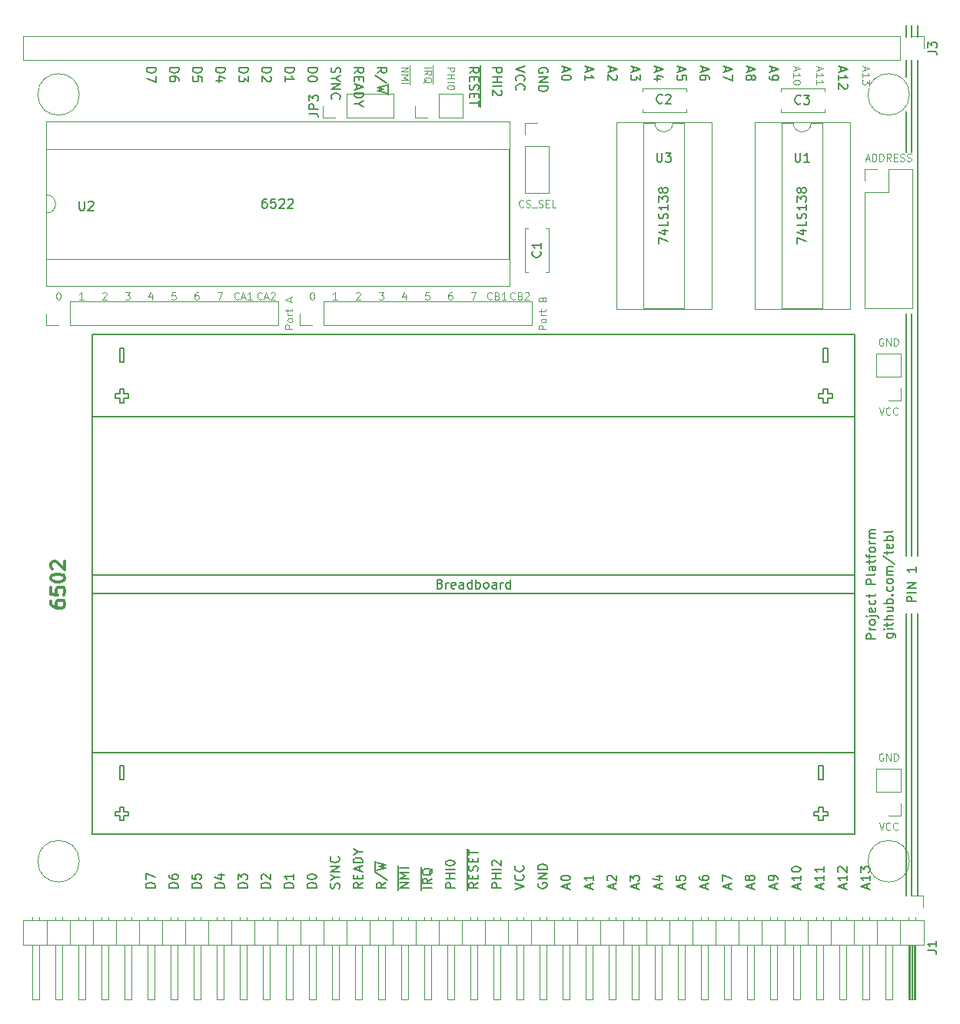
<source format=gto>
G04 #@! TF.FileFunction,Legend,Top*
%FSLAX46Y46*%
G04 Gerber Fmt 4.6, Leading zero omitted, Abs format (unit mm)*
G04 Created by KiCad (PCBNEW 4.0.7) date 12/31/19 01:00:58*
%MOMM*%
%LPD*%
G01*
G04 APERTURE LIST*
%ADD10C,0.100000*%
%ADD11C,0.200000*%
%ADD12C,0.150000*%
%ADD13C,0.300000*%
%ADD14C,0.120000*%
G04 APERTURE END LIST*
D10*
X126523810Y-78390714D02*
X126485715Y-78428810D01*
X126371429Y-78466905D01*
X126295239Y-78466905D01*
X126180953Y-78428810D01*
X126104762Y-78352619D01*
X126066667Y-78276429D01*
X126028572Y-78124048D01*
X126028572Y-78009762D01*
X126066667Y-77857381D01*
X126104762Y-77781190D01*
X126180953Y-77705000D01*
X126295239Y-77666905D01*
X126371429Y-77666905D01*
X126485715Y-77705000D01*
X126523810Y-77743095D01*
X126828572Y-78238333D02*
X127209524Y-78238333D01*
X126752381Y-78466905D02*
X127019048Y-77666905D01*
X127285715Y-78466905D01*
X127514286Y-77743095D02*
X127552381Y-77705000D01*
X127628572Y-77666905D01*
X127819048Y-77666905D01*
X127895238Y-77705000D01*
X127933334Y-77743095D01*
X127971429Y-77819286D01*
X127971429Y-77895476D01*
X127933334Y-78009762D01*
X127476191Y-78466905D01*
X127971429Y-78466905D01*
X123983810Y-78390714D02*
X123945715Y-78428810D01*
X123831429Y-78466905D01*
X123755239Y-78466905D01*
X123640953Y-78428810D01*
X123564762Y-78352619D01*
X123526667Y-78276429D01*
X123488572Y-78124048D01*
X123488572Y-78009762D01*
X123526667Y-77857381D01*
X123564762Y-77781190D01*
X123640953Y-77705000D01*
X123755239Y-77666905D01*
X123831429Y-77666905D01*
X123945715Y-77705000D01*
X123983810Y-77743095D01*
X124288572Y-78238333D02*
X124669524Y-78238333D01*
X124212381Y-78466905D02*
X124479048Y-77666905D01*
X124745715Y-78466905D01*
X125431429Y-78466905D02*
X124974286Y-78466905D01*
X125202857Y-78466905D02*
X125202857Y-77666905D01*
X125126667Y-77781190D01*
X125050476Y-77857381D01*
X124974286Y-77895476D01*
X154406667Y-78390714D02*
X154368572Y-78428810D01*
X154254286Y-78466905D01*
X154178096Y-78466905D01*
X154063810Y-78428810D01*
X153987619Y-78352619D01*
X153949524Y-78276429D01*
X153911429Y-78124048D01*
X153911429Y-78009762D01*
X153949524Y-77857381D01*
X153987619Y-77781190D01*
X154063810Y-77705000D01*
X154178096Y-77666905D01*
X154254286Y-77666905D01*
X154368572Y-77705000D01*
X154406667Y-77743095D01*
X155016191Y-78047857D02*
X155130477Y-78085952D01*
X155168572Y-78124048D01*
X155206667Y-78200238D01*
X155206667Y-78314524D01*
X155168572Y-78390714D01*
X155130477Y-78428810D01*
X155054286Y-78466905D01*
X154749524Y-78466905D01*
X154749524Y-77666905D01*
X155016191Y-77666905D01*
X155092381Y-77705000D01*
X155130477Y-77743095D01*
X155168572Y-77819286D01*
X155168572Y-77895476D01*
X155130477Y-77971667D01*
X155092381Y-78009762D01*
X155016191Y-78047857D01*
X154749524Y-78047857D01*
X155511429Y-77743095D02*
X155549524Y-77705000D01*
X155625715Y-77666905D01*
X155816191Y-77666905D01*
X155892381Y-77705000D01*
X155930477Y-77743095D01*
X155968572Y-77819286D01*
X155968572Y-77895476D01*
X155930477Y-78009762D01*
X155473334Y-78466905D01*
X155968572Y-78466905D01*
X151866667Y-78390714D02*
X151828572Y-78428810D01*
X151714286Y-78466905D01*
X151638096Y-78466905D01*
X151523810Y-78428810D01*
X151447619Y-78352619D01*
X151409524Y-78276429D01*
X151371429Y-78124048D01*
X151371429Y-78009762D01*
X151409524Y-77857381D01*
X151447619Y-77781190D01*
X151523810Y-77705000D01*
X151638096Y-77666905D01*
X151714286Y-77666905D01*
X151828572Y-77705000D01*
X151866667Y-77743095D01*
X152476191Y-78047857D02*
X152590477Y-78085952D01*
X152628572Y-78124048D01*
X152666667Y-78200238D01*
X152666667Y-78314524D01*
X152628572Y-78390714D01*
X152590477Y-78428810D01*
X152514286Y-78466905D01*
X152209524Y-78466905D01*
X152209524Y-77666905D01*
X152476191Y-77666905D01*
X152552381Y-77705000D01*
X152590477Y-77743095D01*
X152628572Y-77819286D01*
X152628572Y-77895476D01*
X152590477Y-77971667D01*
X152552381Y-78009762D01*
X152476191Y-78047857D01*
X152209524Y-78047857D01*
X153428572Y-78466905D02*
X152971429Y-78466905D01*
X153200000Y-78466905D02*
X153200000Y-77666905D01*
X153123810Y-77781190D01*
X153047619Y-77857381D01*
X152971429Y-77895476D01*
X121653334Y-77666905D02*
X122186667Y-77666905D01*
X121843810Y-78466905D01*
X119532381Y-77666905D02*
X119380000Y-77666905D01*
X119303810Y-77705000D01*
X119265715Y-77743095D01*
X119189524Y-77857381D01*
X119151429Y-78009762D01*
X119151429Y-78314524D01*
X119189524Y-78390714D01*
X119227619Y-78428810D01*
X119303810Y-78466905D01*
X119456191Y-78466905D01*
X119532381Y-78428810D01*
X119570477Y-78390714D01*
X119608572Y-78314524D01*
X119608572Y-78124048D01*
X119570477Y-78047857D01*
X119532381Y-78009762D01*
X119456191Y-77971667D01*
X119303810Y-77971667D01*
X119227619Y-78009762D01*
X119189524Y-78047857D01*
X119151429Y-78124048D01*
X117030477Y-77666905D02*
X116649524Y-77666905D01*
X116611429Y-78047857D01*
X116649524Y-78009762D01*
X116725715Y-77971667D01*
X116916191Y-77971667D01*
X116992381Y-78009762D01*
X117030477Y-78047857D01*
X117068572Y-78124048D01*
X117068572Y-78314524D01*
X117030477Y-78390714D01*
X116992381Y-78428810D01*
X116916191Y-78466905D01*
X116725715Y-78466905D01*
X116649524Y-78428810D01*
X116611429Y-78390714D01*
X114452381Y-77933571D02*
X114452381Y-78466905D01*
X114261905Y-77628810D02*
X114071429Y-78200238D01*
X114566667Y-78200238D01*
X111493334Y-77666905D02*
X111988572Y-77666905D01*
X111721905Y-77971667D01*
X111836191Y-77971667D01*
X111912381Y-78009762D01*
X111950477Y-78047857D01*
X111988572Y-78124048D01*
X111988572Y-78314524D01*
X111950477Y-78390714D01*
X111912381Y-78428810D01*
X111836191Y-78466905D01*
X111607619Y-78466905D01*
X111531429Y-78428810D01*
X111493334Y-78390714D01*
X108991429Y-77743095D02*
X109029524Y-77705000D01*
X109105715Y-77666905D01*
X109296191Y-77666905D01*
X109372381Y-77705000D01*
X109410477Y-77743095D01*
X109448572Y-77819286D01*
X109448572Y-77895476D01*
X109410477Y-78009762D01*
X108953334Y-78466905D01*
X109448572Y-78466905D01*
X106908572Y-78466905D02*
X106451429Y-78466905D01*
X106680000Y-78466905D02*
X106680000Y-77666905D01*
X106603810Y-77781190D01*
X106527619Y-77857381D01*
X106451429Y-77895476D01*
X104101905Y-77666905D02*
X104178096Y-77666905D01*
X104254286Y-77705000D01*
X104292381Y-77743095D01*
X104330477Y-77819286D01*
X104368572Y-77971667D01*
X104368572Y-78162143D01*
X104330477Y-78314524D01*
X104292381Y-78390714D01*
X104254286Y-78428810D01*
X104178096Y-78466905D01*
X104101905Y-78466905D01*
X104025715Y-78428810D01*
X103987619Y-78390714D01*
X103949524Y-78314524D01*
X103911429Y-78162143D01*
X103911429Y-77971667D01*
X103949524Y-77819286D01*
X103987619Y-77743095D01*
X104025715Y-77705000D01*
X104101905Y-77666905D01*
X134848572Y-78466905D02*
X134391429Y-78466905D01*
X134620000Y-78466905D02*
X134620000Y-77666905D01*
X134543810Y-77781190D01*
X134467619Y-77857381D01*
X134391429Y-77895476D01*
X136931429Y-77743095D02*
X136969524Y-77705000D01*
X137045715Y-77666905D01*
X137236191Y-77666905D01*
X137312381Y-77705000D01*
X137350477Y-77743095D01*
X137388572Y-77819286D01*
X137388572Y-77895476D01*
X137350477Y-78009762D01*
X136893334Y-78466905D01*
X137388572Y-78466905D01*
X139433334Y-77666905D02*
X139928572Y-77666905D01*
X139661905Y-77971667D01*
X139776191Y-77971667D01*
X139852381Y-78009762D01*
X139890477Y-78047857D01*
X139928572Y-78124048D01*
X139928572Y-78314524D01*
X139890477Y-78390714D01*
X139852381Y-78428810D01*
X139776191Y-78466905D01*
X139547619Y-78466905D01*
X139471429Y-78428810D01*
X139433334Y-78390714D01*
X142392381Y-77933571D02*
X142392381Y-78466905D01*
X142201905Y-77628810D02*
X142011429Y-78200238D01*
X142506667Y-78200238D01*
X144970477Y-77666905D02*
X144589524Y-77666905D01*
X144551429Y-78047857D01*
X144589524Y-78009762D01*
X144665715Y-77971667D01*
X144856191Y-77971667D01*
X144932381Y-78009762D01*
X144970477Y-78047857D01*
X145008572Y-78124048D01*
X145008572Y-78314524D01*
X144970477Y-78390714D01*
X144932381Y-78428810D01*
X144856191Y-78466905D01*
X144665715Y-78466905D01*
X144589524Y-78428810D01*
X144551429Y-78390714D01*
X147472381Y-77666905D02*
X147320000Y-77666905D01*
X147243810Y-77705000D01*
X147205715Y-77743095D01*
X147129524Y-77857381D01*
X147091429Y-78009762D01*
X147091429Y-78314524D01*
X147129524Y-78390714D01*
X147167619Y-78428810D01*
X147243810Y-78466905D01*
X147396191Y-78466905D01*
X147472381Y-78428810D01*
X147510477Y-78390714D01*
X147548572Y-78314524D01*
X147548572Y-78124048D01*
X147510477Y-78047857D01*
X147472381Y-78009762D01*
X147396191Y-77971667D01*
X147243810Y-77971667D01*
X147167619Y-78009762D01*
X147129524Y-78047857D01*
X147091429Y-78124048D01*
X149593334Y-77666905D02*
X150126667Y-77666905D01*
X149783810Y-78466905D01*
X132041905Y-77666905D02*
X132118096Y-77666905D01*
X132194286Y-77705000D01*
X132232381Y-77743095D01*
X132270477Y-77819286D01*
X132308572Y-77971667D01*
X132308572Y-78162143D01*
X132270477Y-78314524D01*
X132232381Y-78390714D01*
X132194286Y-78428810D01*
X132118096Y-78466905D01*
X132041905Y-78466905D01*
X131965715Y-78428810D01*
X131927619Y-78390714D01*
X131889524Y-78314524D01*
X131851429Y-78162143D01*
X131851429Y-77971667D01*
X131889524Y-77819286D01*
X131927619Y-77743095D01*
X131965715Y-77705000D01*
X132041905Y-77666905D01*
D11*
X198120000Y-62230000D02*
X198120000Y-52070000D01*
X197485000Y-57785000D02*
X197485000Y-62230000D01*
D10*
X194970477Y-128505000D02*
X194894286Y-128466905D01*
X194780001Y-128466905D01*
X194665715Y-128505000D01*
X194589524Y-128581190D01*
X194551429Y-128657381D01*
X194513334Y-128809762D01*
X194513334Y-128924048D01*
X194551429Y-129076429D01*
X194589524Y-129152619D01*
X194665715Y-129228810D01*
X194780001Y-129266905D01*
X194856191Y-129266905D01*
X194970477Y-129228810D01*
X195008572Y-129190714D01*
X195008572Y-128924048D01*
X194856191Y-128924048D01*
X195351429Y-129266905D02*
X195351429Y-128466905D01*
X195808572Y-129266905D01*
X195808572Y-128466905D01*
X196189524Y-129266905D02*
X196189524Y-128466905D01*
X196380000Y-128466905D01*
X196494286Y-128505000D01*
X196570477Y-128581190D01*
X196608572Y-128657381D01*
X196646667Y-128809762D01*
X196646667Y-128924048D01*
X196608572Y-129076429D01*
X196570477Y-129152619D01*
X196494286Y-129228810D01*
X196380000Y-129266905D01*
X196189524Y-129266905D01*
X194513333Y-136086905D02*
X194780000Y-136886905D01*
X195046667Y-136086905D01*
X195770476Y-136810714D02*
X195732381Y-136848810D01*
X195618095Y-136886905D01*
X195541905Y-136886905D01*
X195427619Y-136848810D01*
X195351428Y-136772619D01*
X195313333Y-136696429D01*
X195275238Y-136544048D01*
X195275238Y-136429762D01*
X195313333Y-136277381D01*
X195351428Y-136201190D01*
X195427619Y-136125000D01*
X195541905Y-136086905D01*
X195618095Y-136086905D01*
X195732381Y-136125000D01*
X195770476Y-136163095D01*
X196570476Y-136810714D02*
X196532381Y-136848810D01*
X196418095Y-136886905D01*
X196341905Y-136886905D01*
X196227619Y-136848810D01*
X196151428Y-136772619D01*
X196113333Y-136696429D01*
X196075238Y-136544048D01*
X196075238Y-136429762D01*
X196113333Y-136277381D01*
X196151428Y-136201190D01*
X196227619Y-136125000D01*
X196341905Y-136086905D01*
X196418095Y-136086905D01*
X196532381Y-136125000D01*
X196570476Y-136163095D01*
X194970477Y-82785000D02*
X194894286Y-82746905D01*
X194780001Y-82746905D01*
X194665715Y-82785000D01*
X194589524Y-82861190D01*
X194551429Y-82937381D01*
X194513334Y-83089762D01*
X194513334Y-83204048D01*
X194551429Y-83356429D01*
X194589524Y-83432619D01*
X194665715Y-83508810D01*
X194780001Y-83546905D01*
X194856191Y-83546905D01*
X194970477Y-83508810D01*
X195008572Y-83470714D01*
X195008572Y-83204048D01*
X194856191Y-83204048D01*
X195351429Y-83546905D02*
X195351429Y-82746905D01*
X195808572Y-83546905D01*
X195808572Y-82746905D01*
X196189524Y-83546905D02*
X196189524Y-82746905D01*
X196380000Y-82746905D01*
X196494286Y-82785000D01*
X196570477Y-82861190D01*
X196608572Y-82937381D01*
X196646667Y-83089762D01*
X196646667Y-83204048D01*
X196608572Y-83356429D01*
X196570477Y-83432619D01*
X196494286Y-83508810D01*
X196380000Y-83546905D01*
X196189524Y-83546905D01*
X194513333Y-90366905D02*
X194780000Y-91166905D01*
X195046667Y-90366905D01*
X195770476Y-91090714D02*
X195732381Y-91128810D01*
X195618095Y-91166905D01*
X195541905Y-91166905D01*
X195427619Y-91128810D01*
X195351428Y-91052619D01*
X195313333Y-90976429D01*
X195275238Y-90824048D01*
X195275238Y-90709762D01*
X195313333Y-90557381D01*
X195351428Y-90481190D01*
X195427619Y-90405000D01*
X195541905Y-90366905D01*
X195618095Y-90366905D01*
X195732381Y-90405000D01*
X195770476Y-90443095D01*
X196570476Y-91090714D02*
X196532381Y-91128810D01*
X196418095Y-91166905D01*
X196341905Y-91166905D01*
X196227619Y-91128810D01*
X196151428Y-91052619D01*
X196113333Y-90976429D01*
X196075238Y-90824048D01*
X196075238Y-90709762D01*
X196113333Y-90557381D01*
X196151428Y-90481190D01*
X196227619Y-90405000D01*
X196341905Y-90366905D01*
X196418095Y-90366905D01*
X196532381Y-90405000D01*
X196570476Y-90443095D01*
D11*
X197485000Y-52070000D02*
X197485000Y-53975000D01*
X198755000Y-80010000D02*
X198755000Y-52070000D01*
X198755000Y-106680000D02*
X198755000Y-80010000D01*
X198120000Y-80010000D02*
X198120000Y-106680000D01*
X197485000Y-106680000D02*
X197485000Y-80010000D01*
D10*
X146958095Y-52895476D02*
X147758095Y-52895476D01*
X147758095Y-53200238D01*
X147720000Y-53276429D01*
X147681905Y-53314524D01*
X147605714Y-53352619D01*
X147491429Y-53352619D01*
X147415238Y-53314524D01*
X147377143Y-53276429D01*
X147339048Y-53200238D01*
X147339048Y-52895476D01*
X146958095Y-53695476D02*
X147758095Y-53695476D01*
X147377143Y-53695476D02*
X147377143Y-54152619D01*
X146958095Y-54152619D02*
X147758095Y-54152619D01*
X146958095Y-54533571D02*
X147758095Y-54533571D01*
X147758095Y-55066904D02*
X147758095Y-55143095D01*
X147720000Y-55219285D01*
X147681905Y-55257380D01*
X147605714Y-55295476D01*
X147453333Y-55333571D01*
X147262857Y-55333571D01*
X147110476Y-55295476D01*
X147034286Y-55257380D01*
X146996190Y-55219285D01*
X146958095Y-55143095D01*
X146958095Y-55066904D01*
X146996190Y-54990714D01*
X147034286Y-54952618D01*
X147110476Y-54914523D01*
X147262857Y-54876428D01*
X147453333Y-54876428D01*
X147605714Y-54914523D01*
X147681905Y-54952618D01*
X147720000Y-54990714D01*
X147758095Y-55066904D01*
D12*
X147772381Y-143271905D02*
X146772381Y-143271905D01*
X146772381Y-142890952D01*
X146820000Y-142795714D01*
X146867619Y-142748095D01*
X146962857Y-142700476D01*
X147105714Y-142700476D01*
X147200952Y-142748095D01*
X147248571Y-142795714D01*
X147296190Y-142890952D01*
X147296190Y-143271905D01*
X147772381Y-142271905D02*
X146772381Y-142271905D01*
X147248571Y-142271905D02*
X147248571Y-141700476D01*
X147772381Y-141700476D02*
X146772381Y-141700476D01*
X147772381Y-141224286D02*
X146772381Y-141224286D01*
X146772381Y-140557620D02*
X146772381Y-140462381D01*
X146820000Y-140367143D01*
X146867619Y-140319524D01*
X146962857Y-140271905D01*
X147153333Y-140224286D01*
X147391429Y-140224286D01*
X147581905Y-140271905D01*
X147677143Y-140319524D01*
X147724762Y-140367143D01*
X147772381Y-140462381D01*
X147772381Y-140557620D01*
X147724762Y-140652858D01*
X147677143Y-140700477D01*
X147581905Y-140748096D01*
X147391429Y-140795715D01*
X147153333Y-140795715D01*
X146962857Y-140748096D01*
X146867619Y-140700477D01*
X146820000Y-140652858D01*
X146772381Y-140557620D01*
D10*
X192906667Y-52857381D02*
X192906667Y-53238333D01*
X192678095Y-52781190D02*
X193478095Y-53047857D01*
X192678095Y-53314524D01*
X192678095Y-54000238D02*
X192678095Y-53543095D01*
X192678095Y-53771666D02*
X193478095Y-53771666D01*
X193363810Y-53695476D01*
X193287619Y-53619285D01*
X193249524Y-53543095D01*
X193478095Y-54266905D02*
X193478095Y-54762143D01*
X193173333Y-54495476D01*
X193173333Y-54609762D01*
X193135238Y-54685952D01*
X193097143Y-54724048D01*
X193020952Y-54762143D01*
X192830476Y-54762143D01*
X192754286Y-54724048D01*
X192716190Y-54685952D01*
X192678095Y-54609762D01*
X192678095Y-54381190D01*
X192716190Y-54305000D01*
X192754286Y-54266905D01*
D12*
X190333333Y-52895476D02*
X190333333Y-53371667D01*
X190047619Y-52800238D02*
X191047619Y-53133571D01*
X190047619Y-53466905D01*
X190047619Y-54324048D02*
X190047619Y-53752619D01*
X190047619Y-54038333D02*
X191047619Y-54038333D01*
X190904762Y-53943095D01*
X190809524Y-53847857D01*
X190761905Y-53752619D01*
X190952381Y-54705000D02*
X191000000Y-54752619D01*
X191047619Y-54847857D01*
X191047619Y-55085953D01*
X191000000Y-55181191D01*
X190952381Y-55228810D01*
X190857143Y-55276429D01*
X190761905Y-55276429D01*
X190619048Y-55228810D01*
X190047619Y-54657381D01*
X190047619Y-55276429D01*
D10*
X187826667Y-52857381D02*
X187826667Y-53238333D01*
X187598095Y-52781190D02*
X188398095Y-53047857D01*
X187598095Y-53314524D01*
X187598095Y-54000238D02*
X187598095Y-53543095D01*
X187598095Y-53771666D02*
X188398095Y-53771666D01*
X188283810Y-53695476D01*
X188207619Y-53619285D01*
X188169524Y-53543095D01*
X187598095Y-54762143D02*
X187598095Y-54305000D01*
X187598095Y-54533571D02*
X188398095Y-54533571D01*
X188283810Y-54457381D01*
X188207619Y-54381190D01*
X188169524Y-54305000D01*
X185286667Y-52857381D02*
X185286667Y-53238333D01*
X185058095Y-52781190D02*
X185858095Y-53047857D01*
X185058095Y-53314524D01*
X185058095Y-54000238D02*
X185058095Y-53543095D01*
X185058095Y-53771666D02*
X185858095Y-53771666D01*
X185743810Y-53695476D01*
X185667619Y-53619285D01*
X185629524Y-53543095D01*
X185858095Y-54495476D02*
X185858095Y-54571667D01*
X185820000Y-54647857D01*
X185781905Y-54685952D01*
X185705714Y-54724048D01*
X185553333Y-54762143D01*
X185362857Y-54762143D01*
X185210476Y-54724048D01*
X185134286Y-54685952D01*
X185096190Y-54647857D01*
X185058095Y-54571667D01*
X185058095Y-54495476D01*
X185096190Y-54419286D01*
X185134286Y-54381190D01*
X185210476Y-54343095D01*
X185362857Y-54305000D01*
X185553333Y-54305000D01*
X185705714Y-54343095D01*
X185781905Y-54381190D01*
X185820000Y-54419286D01*
X185858095Y-54495476D01*
D12*
X182713333Y-52895476D02*
X182713333Y-53371667D01*
X182427619Y-52800238D02*
X183427619Y-53133571D01*
X182427619Y-53466905D01*
X182427619Y-53847857D02*
X182427619Y-54038333D01*
X182475238Y-54133572D01*
X182522857Y-54181191D01*
X182665714Y-54276429D01*
X182856190Y-54324048D01*
X183237143Y-54324048D01*
X183332381Y-54276429D01*
X183380000Y-54228810D01*
X183427619Y-54133572D01*
X183427619Y-53943095D01*
X183380000Y-53847857D01*
X183332381Y-53800238D01*
X183237143Y-53752619D01*
X182999048Y-53752619D01*
X182903810Y-53800238D01*
X182856190Y-53847857D01*
X182808571Y-53943095D01*
X182808571Y-54133572D01*
X182856190Y-54228810D01*
X182903810Y-54276429D01*
X182999048Y-54324048D01*
X180173333Y-52895476D02*
X180173333Y-53371667D01*
X179887619Y-52800238D02*
X180887619Y-53133571D01*
X179887619Y-53466905D01*
X180459048Y-53943095D02*
X180506667Y-53847857D01*
X180554286Y-53800238D01*
X180649524Y-53752619D01*
X180697143Y-53752619D01*
X180792381Y-53800238D01*
X180840000Y-53847857D01*
X180887619Y-53943095D01*
X180887619Y-54133572D01*
X180840000Y-54228810D01*
X180792381Y-54276429D01*
X180697143Y-54324048D01*
X180649524Y-54324048D01*
X180554286Y-54276429D01*
X180506667Y-54228810D01*
X180459048Y-54133572D01*
X180459048Y-53943095D01*
X180411429Y-53847857D01*
X180363810Y-53800238D01*
X180268571Y-53752619D01*
X180078095Y-53752619D01*
X179982857Y-53800238D01*
X179935238Y-53847857D01*
X179887619Y-53943095D01*
X179887619Y-54133572D01*
X179935238Y-54228810D01*
X179982857Y-54276429D01*
X180078095Y-54324048D01*
X180268571Y-54324048D01*
X180363810Y-54276429D01*
X180411429Y-54228810D01*
X180459048Y-54133572D01*
X177633333Y-52895476D02*
X177633333Y-53371667D01*
X177347619Y-52800238D02*
X178347619Y-53133571D01*
X177347619Y-53466905D01*
X178347619Y-53705000D02*
X178347619Y-54371667D01*
X177347619Y-53943095D01*
X175093333Y-52895476D02*
X175093333Y-53371667D01*
X174807619Y-52800238D02*
X175807619Y-53133571D01*
X174807619Y-53466905D01*
X175807619Y-54228810D02*
X175807619Y-54038333D01*
X175760000Y-53943095D01*
X175712381Y-53895476D01*
X175569524Y-53800238D01*
X175379048Y-53752619D01*
X174998095Y-53752619D01*
X174902857Y-53800238D01*
X174855238Y-53847857D01*
X174807619Y-53943095D01*
X174807619Y-54133572D01*
X174855238Y-54228810D01*
X174902857Y-54276429D01*
X174998095Y-54324048D01*
X175236190Y-54324048D01*
X175331429Y-54276429D01*
X175379048Y-54228810D01*
X175426667Y-54133572D01*
X175426667Y-53943095D01*
X175379048Y-53847857D01*
X175331429Y-53800238D01*
X175236190Y-53752619D01*
X172553333Y-52895476D02*
X172553333Y-53371667D01*
X172267619Y-52800238D02*
X173267619Y-53133571D01*
X172267619Y-53466905D01*
X173267619Y-54276429D02*
X173267619Y-53800238D01*
X172791429Y-53752619D01*
X172839048Y-53800238D01*
X172886667Y-53895476D01*
X172886667Y-54133572D01*
X172839048Y-54228810D01*
X172791429Y-54276429D01*
X172696190Y-54324048D01*
X172458095Y-54324048D01*
X172362857Y-54276429D01*
X172315238Y-54228810D01*
X172267619Y-54133572D01*
X172267619Y-53895476D01*
X172315238Y-53800238D01*
X172362857Y-53752619D01*
X170013333Y-52895476D02*
X170013333Y-53371667D01*
X169727619Y-52800238D02*
X170727619Y-53133571D01*
X169727619Y-53466905D01*
X170394286Y-54228810D02*
X169727619Y-54228810D01*
X170775238Y-53990714D02*
X170060952Y-53752619D01*
X170060952Y-54371667D01*
X167473333Y-52895476D02*
X167473333Y-53371667D01*
X167187619Y-52800238D02*
X168187619Y-53133571D01*
X167187619Y-53466905D01*
X168187619Y-53705000D02*
X168187619Y-54324048D01*
X167806667Y-53990714D01*
X167806667Y-54133572D01*
X167759048Y-54228810D01*
X167711429Y-54276429D01*
X167616190Y-54324048D01*
X167378095Y-54324048D01*
X167282857Y-54276429D01*
X167235238Y-54228810D01*
X167187619Y-54133572D01*
X167187619Y-53847857D01*
X167235238Y-53752619D01*
X167282857Y-53705000D01*
X164933333Y-52895476D02*
X164933333Y-53371667D01*
X164647619Y-52800238D02*
X165647619Y-53133571D01*
X164647619Y-53466905D01*
X165552381Y-53752619D02*
X165600000Y-53800238D01*
X165647619Y-53895476D01*
X165647619Y-54133572D01*
X165600000Y-54228810D01*
X165552381Y-54276429D01*
X165457143Y-54324048D01*
X165361905Y-54324048D01*
X165219048Y-54276429D01*
X164647619Y-53705000D01*
X164647619Y-54324048D01*
X162393333Y-52895476D02*
X162393333Y-53371667D01*
X162107619Y-52800238D02*
X163107619Y-53133571D01*
X162107619Y-53466905D01*
X162107619Y-54324048D02*
X162107619Y-53752619D01*
X162107619Y-54038333D02*
X163107619Y-54038333D01*
X162964762Y-53943095D01*
X162869524Y-53847857D01*
X162821905Y-53752619D01*
X159853333Y-52895476D02*
X159853333Y-53371667D01*
X159567619Y-52800238D02*
X160567619Y-53133571D01*
X159567619Y-53466905D01*
X160567619Y-53990714D02*
X160567619Y-54085953D01*
X160520000Y-54181191D01*
X160472381Y-54228810D01*
X160377143Y-54276429D01*
X160186667Y-54324048D01*
X159948571Y-54324048D01*
X159758095Y-54276429D01*
X159662857Y-54228810D01*
X159615238Y-54181191D01*
X159567619Y-54085953D01*
X159567619Y-53990714D01*
X159615238Y-53895476D01*
X159662857Y-53847857D01*
X159758095Y-53800238D01*
X159948571Y-53752619D01*
X160186667Y-53752619D01*
X160377143Y-53800238D01*
X160472381Y-53847857D01*
X160520000Y-53895476D01*
X160567619Y-53990714D01*
X157980000Y-53466905D02*
X158027619Y-53371667D01*
X158027619Y-53228810D01*
X157980000Y-53085952D01*
X157884762Y-52990714D01*
X157789524Y-52943095D01*
X157599048Y-52895476D01*
X157456190Y-52895476D01*
X157265714Y-52943095D01*
X157170476Y-52990714D01*
X157075238Y-53085952D01*
X157027619Y-53228810D01*
X157027619Y-53324048D01*
X157075238Y-53466905D01*
X157122857Y-53514524D01*
X157456190Y-53514524D01*
X157456190Y-53324048D01*
X157027619Y-53943095D02*
X158027619Y-53943095D01*
X157027619Y-54514524D01*
X158027619Y-54514524D01*
X157027619Y-54990714D02*
X158027619Y-54990714D01*
X158027619Y-55228809D01*
X157980000Y-55371667D01*
X157884762Y-55466905D01*
X157789524Y-55514524D01*
X157599048Y-55562143D01*
X157456190Y-55562143D01*
X157265714Y-55514524D01*
X157170476Y-55466905D01*
X157075238Y-55371667D01*
X157027619Y-55228809D01*
X157027619Y-54990714D01*
X155487619Y-52800238D02*
X154487619Y-53133571D01*
X155487619Y-53466905D01*
X154582857Y-54371667D02*
X154535238Y-54324048D01*
X154487619Y-54181191D01*
X154487619Y-54085953D01*
X154535238Y-53943095D01*
X154630476Y-53847857D01*
X154725714Y-53800238D01*
X154916190Y-53752619D01*
X155059048Y-53752619D01*
X155249524Y-53800238D01*
X155344762Y-53847857D01*
X155440000Y-53943095D01*
X155487619Y-54085953D01*
X155487619Y-54181191D01*
X155440000Y-54324048D01*
X155392381Y-54371667D01*
X154582857Y-55371667D02*
X154535238Y-55324048D01*
X154487619Y-55181191D01*
X154487619Y-55085953D01*
X154535238Y-54943095D01*
X154630476Y-54847857D01*
X154725714Y-54800238D01*
X154916190Y-54752619D01*
X155059048Y-54752619D01*
X155249524Y-54800238D01*
X155344762Y-54847857D01*
X155440000Y-54943095D01*
X155487619Y-55085953D01*
X155487619Y-55181191D01*
X155440000Y-55324048D01*
X155392381Y-55371667D01*
X151947619Y-52943095D02*
X152947619Y-52943095D01*
X152947619Y-53324048D01*
X152900000Y-53419286D01*
X152852381Y-53466905D01*
X152757143Y-53514524D01*
X152614286Y-53514524D01*
X152519048Y-53466905D01*
X152471429Y-53419286D01*
X152423810Y-53324048D01*
X152423810Y-52943095D01*
X151947619Y-53943095D02*
X152947619Y-53943095D01*
X152471429Y-53943095D02*
X152471429Y-54514524D01*
X151947619Y-54514524D02*
X152947619Y-54514524D01*
X151947619Y-54990714D02*
X152947619Y-54990714D01*
X152852381Y-55419285D02*
X152900000Y-55466904D01*
X152947619Y-55562142D01*
X152947619Y-55800238D01*
X152900000Y-55895476D01*
X152852381Y-55943095D01*
X152757143Y-55990714D01*
X152661905Y-55990714D01*
X152519048Y-55943095D01*
X151947619Y-55371666D01*
X151947619Y-55990714D01*
X149407619Y-53514524D02*
X149883810Y-53181190D01*
X149407619Y-52943095D02*
X150407619Y-52943095D01*
X150407619Y-53324048D01*
X150360000Y-53419286D01*
X150312381Y-53466905D01*
X150217143Y-53514524D01*
X150074286Y-53514524D01*
X149979048Y-53466905D01*
X149931429Y-53419286D01*
X149883810Y-53324048D01*
X149883810Y-52943095D01*
X149931429Y-53943095D02*
X149931429Y-54276429D01*
X149407619Y-54419286D02*
X149407619Y-53943095D01*
X150407619Y-53943095D01*
X150407619Y-54419286D01*
X149455238Y-54800238D02*
X149407619Y-54943095D01*
X149407619Y-55181191D01*
X149455238Y-55276429D01*
X149502857Y-55324048D01*
X149598095Y-55371667D01*
X149693333Y-55371667D01*
X149788571Y-55324048D01*
X149836190Y-55276429D01*
X149883810Y-55181191D01*
X149931429Y-54990714D01*
X149979048Y-54895476D01*
X150026667Y-54847857D01*
X150121905Y-54800238D01*
X150217143Y-54800238D01*
X150312381Y-54847857D01*
X150360000Y-54895476D01*
X150407619Y-54990714D01*
X150407619Y-55228810D01*
X150360000Y-55371667D01*
X149931429Y-55800238D02*
X149931429Y-56133572D01*
X149407619Y-56276429D02*
X149407619Y-55800238D01*
X150407619Y-55800238D01*
X150407619Y-56276429D01*
X150407619Y-56562143D02*
X150407619Y-57133572D01*
X149407619Y-56847857D02*
X150407619Y-56847857D01*
X150580000Y-52705000D02*
X150580000Y-57228810D01*
D10*
X144418095Y-52895476D02*
X145218095Y-52895476D01*
X144418095Y-53733571D02*
X144799048Y-53466904D01*
X144418095Y-53276428D02*
X145218095Y-53276428D01*
X145218095Y-53581190D01*
X145180000Y-53657381D01*
X145141905Y-53695476D01*
X145065714Y-53733571D01*
X144951429Y-53733571D01*
X144875238Y-53695476D01*
X144837143Y-53657381D01*
X144799048Y-53581190D01*
X144799048Y-53276428D01*
X144341905Y-54609762D02*
X144380000Y-54533571D01*
X144456190Y-54457381D01*
X144570476Y-54343095D01*
X144608571Y-54266904D01*
X144608571Y-54190714D01*
X144418095Y-54228809D02*
X144456190Y-54152619D01*
X144532381Y-54076428D01*
X144684762Y-54038333D01*
X144951429Y-54038333D01*
X145103810Y-54076428D01*
X145180000Y-54152619D01*
X145218095Y-54228809D01*
X145218095Y-54381190D01*
X145180000Y-54457381D01*
X145103810Y-54533571D01*
X144951429Y-54571666D01*
X144684762Y-54571666D01*
X144532381Y-54533571D01*
X144456190Y-54457381D01*
X144418095Y-54381190D01*
X144418095Y-54228809D01*
X145356000Y-52705000D02*
X145356000Y-54724047D01*
X141878095Y-52895476D02*
X142678095Y-52895476D01*
X141878095Y-53352619D01*
X142678095Y-53352619D01*
X141878095Y-53733571D02*
X142678095Y-53733571D01*
X142106667Y-54000238D01*
X142678095Y-54266905D01*
X141878095Y-54266905D01*
X141878095Y-54647857D02*
X142678095Y-54647857D01*
X142816000Y-52705000D02*
X142816000Y-54838333D01*
D12*
X139247619Y-53514524D02*
X139723810Y-53181190D01*
X139247619Y-52943095D02*
X140247619Y-52943095D01*
X140247619Y-53324048D01*
X140200000Y-53419286D01*
X140152381Y-53466905D01*
X140057143Y-53514524D01*
X139914286Y-53514524D01*
X139819048Y-53466905D01*
X139771429Y-53419286D01*
X139723810Y-53324048D01*
X139723810Y-52943095D01*
X140295238Y-54657381D02*
X139009524Y-53800238D01*
X140247619Y-54895476D02*
X139247619Y-55133571D01*
X139961905Y-55324048D01*
X139247619Y-55514524D01*
X140247619Y-55752619D01*
X140420000Y-54752619D02*
X140420000Y-55895476D01*
X136707619Y-53514524D02*
X137183810Y-53181190D01*
X136707619Y-52943095D02*
X137707619Y-52943095D01*
X137707619Y-53324048D01*
X137660000Y-53419286D01*
X137612381Y-53466905D01*
X137517143Y-53514524D01*
X137374286Y-53514524D01*
X137279048Y-53466905D01*
X137231429Y-53419286D01*
X137183810Y-53324048D01*
X137183810Y-52943095D01*
X137231429Y-53943095D02*
X137231429Y-54276429D01*
X136707619Y-54419286D02*
X136707619Y-53943095D01*
X137707619Y-53943095D01*
X137707619Y-54419286D01*
X136993333Y-54800238D02*
X136993333Y-55276429D01*
X136707619Y-54705000D02*
X137707619Y-55038333D01*
X136707619Y-55371667D01*
X136707619Y-55705000D02*
X137707619Y-55705000D01*
X137707619Y-55943095D01*
X137660000Y-56085953D01*
X137564762Y-56181191D01*
X137469524Y-56228810D01*
X137279048Y-56276429D01*
X137136190Y-56276429D01*
X136945714Y-56228810D01*
X136850476Y-56181191D01*
X136755238Y-56085953D01*
X136707619Y-55943095D01*
X136707619Y-55705000D01*
X137183810Y-56895476D02*
X136707619Y-56895476D01*
X137707619Y-56562143D02*
X137183810Y-56895476D01*
X137707619Y-57228810D01*
X134215238Y-52895476D02*
X134167619Y-53038333D01*
X134167619Y-53276429D01*
X134215238Y-53371667D01*
X134262857Y-53419286D01*
X134358095Y-53466905D01*
X134453333Y-53466905D01*
X134548571Y-53419286D01*
X134596190Y-53371667D01*
X134643810Y-53276429D01*
X134691429Y-53085952D01*
X134739048Y-52990714D01*
X134786667Y-52943095D01*
X134881905Y-52895476D01*
X134977143Y-52895476D01*
X135072381Y-52943095D01*
X135120000Y-52990714D01*
X135167619Y-53085952D01*
X135167619Y-53324048D01*
X135120000Y-53466905D01*
X134643810Y-54085952D02*
X134167619Y-54085952D01*
X135167619Y-53752619D02*
X134643810Y-54085952D01*
X135167619Y-54419286D01*
X134167619Y-54752619D02*
X135167619Y-54752619D01*
X134167619Y-55324048D01*
X135167619Y-55324048D01*
X134262857Y-56371667D02*
X134215238Y-56324048D01*
X134167619Y-56181191D01*
X134167619Y-56085953D01*
X134215238Y-55943095D01*
X134310476Y-55847857D01*
X134405714Y-55800238D01*
X134596190Y-55752619D01*
X134739048Y-55752619D01*
X134929524Y-55800238D01*
X135024762Y-55847857D01*
X135120000Y-55943095D01*
X135167619Y-56085953D01*
X135167619Y-56181191D01*
X135120000Y-56324048D01*
X135072381Y-56371667D01*
X131627619Y-52943095D02*
X132627619Y-52943095D01*
X132627619Y-53181190D01*
X132580000Y-53324048D01*
X132484762Y-53419286D01*
X132389524Y-53466905D01*
X132199048Y-53514524D01*
X132056190Y-53514524D01*
X131865714Y-53466905D01*
X131770476Y-53419286D01*
X131675238Y-53324048D01*
X131627619Y-53181190D01*
X131627619Y-52943095D01*
X132627619Y-54133571D02*
X132627619Y-54228810D01*
X132580000Y-54324048D01*
X132532381Y-54371667D01*
X132437143Y-54419286D01*
X132246667Y-54466905D01*
X132008571Y-54466905D01*
X131818095Y-54419286D01*
X131722857Y-54371667D01*
X131675238Y-54324048D01*
X131627619Y-54228810D01*
X131627619Y-54133571D01*
X131675238Y-54038333D01*
X131722857Y-53990714D01*
X131818095Y-53943095D01*
X132008571Y-53895476D01*
X132246667Y-53895476D01*
X132437143Y-53943095D01*
X132532381Y-53990714D01*
X132580000Y-54038333D01*
X132627619Y-54133571D01*
X129087619Y-52943095D02*
X130087619Y-52943095D01*
X130087619Y-53181190D01*
X130040000Y-53324048D01*
X129944762Y-53419286D01*
X129849524Y-53466905D01*
X129659048Y-53514524D01*
X129516190Y-53514524D01*
X129325714Y-53466905D01*
X129230476Y-53419286D01*
X129135238Y-53324048D01*
X129087619Y-53181190D01*
X129087619Y-52943095D01*
X129087619Y-54466905D02*
X129087619Y-53895476D01*
X129087619Y-54181190D02*
X130087619Y-54181190D01*
X129944762Y-54085952D01*
X129849524Y-53990714D01*
X129801905Y-53895476D01*
X126547619Y-52943095D02*
X127547619Y-52943095D01*
X127547619Y-53181190D01*
X127500000Y-53324048D01*
X127404762Y-53419286D01*
X127309524Y-53466905D01*
X127119048Y-53514524D01*
X126976190Y-53514524D01*
X126785714Y-53466905D01*
X126690476Y-53419286D01*
X126595238Y-53324048D01*
X126547619Y-53181190D01*
X126547619Y-52943095D01*
X127452381Y-53895476D02*
X127500000Y-53943095D01*
X127547619Y-54038333D01*
X127547619Y-54276429D01*
X127500000Y-54371667D01*
X127452381Y-54419286D01*
X127357143Y-54466905D01*
X127261905Y-54466905D01*
X127119048Y-54419286D01*
X126547619Y-53847857D01*
X126547619Y-54466905D01*
X124007619Y-52943095D02*
X125007619Y-52943095D01*
X125007619Y-53181190D01*
X124960000Y-53324048D01*
X124864762Y-53419286D01*
X124769524Y-53466905D01*
X124579048Y-53514524D01*
X124436190Y-53514524D01*
X124245714Y-53466905D01*
X124150476Y-53419286D01*
X124055238Y-53324048D01*
X124007619Y-53181190D01*
X124007619Y-52943095D01*
X125007619Y-53847857D02*
X125007619Y-54466905D01*
X124626667Y-54133571D01*
X124626667Y-54276429D01*
X124579048Y-54371667D01*
X124531429Y-54419286D01*
X124436190Y-54466905D01*
X124198095Y-54466905D01*
X124102857Y-54419286D01*
X124055238Y-54371667D01*
X124007619Y-54276429D01*
X124007619Y-53990714D01*
X124055238Y-53895476D01*
X124102857Y-53847857D01*
X121467619Y-52943095D02*
X122467619Y-52943095D01*
X122467619Y-53181190D01*
X122420000Y-53324048D01*
X122324762Y-53419286D01*
X122229524Y-53466905D01*
X122039048Y-53514524D01*
X121896190Y-53514524D01*
X121705714Y-53466905D01*
X121610476Y-53419286D01*
X121515238Y-53324048D01*
X121467619Y-53181190D01*
X121467619Y-52943095D01*
X122134286Y-54371667D02*
X121467619Y-54371667D01*
X122515238Y-54133571D02*
X121800952Y-53895476D01*
X121800952Y-54514524D01*
X118927619Y-52943095D02*
X119927619Y-52943095D01*
X119927619Y-53181190D01*
X119880000Y-53324048D01*
X119784762Y-53419286D01*
X119689524Y-53466905D01*
X119499048Y-53514524D01*
X119356190Y-53514524D01*
X119165714Y-53466905D01*
X119070476Y-53419286D01*
X118975238Y-53324048D01*
X118927619Y-53181190D01*
X118927619Y-52943095D01*
X119927619Y-54419286D02*
X119927619Y-53943095D01*
X119451429Y-53895476D01*
X119499048Y-53943095D01*
X119546667Y-54038333D01*
X119546667Y-54276429D01*
X119499048Y-54371667D01*
X119451429Y-54419286D01*
X119356190Y-54466905D01*
X119118095Y-54466905D01*
X119022857Y-54419286D01*
X118975238Y-54371667D01*
X118927619Y-54276429D01*
X118927619Y-54038333D01*
X118975238Y-53943095D01*
X119022857Y-53895476D01*
X116387619Y-52943095D02*
X117387619Y-52943095D01*
X117387619Y-53181190D01*
X117340000Y-53324048D01*
X117244762Y-53419286D01*
X117149524Y-53466905D01*
X116959048Y-53514524D01*
X116816190Y-53514524D01*
X116625714Y-53466905D01*
X116530476Y-53419286D01*
X116435238Y-53324048D01*
X116387619Y-53181190D01*
X116387619Y-52943095D01*
X117387619Y-54371667D02*
X117387619Y-54181190D01*
X117340000Y-54085952D01*
X117292381Y-54038333D01*
X117149524Y-53943095D01*
X116959048Y-53895476D01*
X116578095Y-53895476D01*
X116482857Y-53943095D01*
X116435238Y-53990714D01*
X116387619Y-54085952D01*
X116387619Y-54276429D01*
X116435238Y-54371667D01*
X116482857Y-54419286D01*
X116578095Y-54466905D01*
X116816190Y-54466905D01*
X116911429Y-54419286D01*
X116959048Y-54371667D01*
X117006667Y-54276429D01*
X117006667Y-54085952D01*
X116959048Y-53990714D01*
X116911429Y-53943095D01*
X116816190Y-53895476D01*
X113847619Y-52943095D02*
X114847619Y-52943095D01*
X114847619Y-53181190D01*
X114800000Y-53324048D01*
X114704762Y-53419286D01*
X114609524Y-53466905D01*
X114419048Y-53514524D01*
X114276190Y-53514524D01*
X114085714Y-53466905D01*
X113990476Y-53419286D01*
X113895238Y-53324048D01*
X113847619Y-53181190D01*
X113847619Y-52943095D01*
X114847619Y-53847857D02*
X114847619Y-54514524D01*
X113847619Y-54085952D01*
X193206667Y-143319524D02*
X193206667Y-142843333D01*
X193492381Y-143414762D02*
X192492381Y-143081429D01*
X193492381Y-142748095D01*
X193492381Y-141890952D02*
X193492381Y-142462381D01*
X193492381Y-142176667D02*
X192492381Y-142176667D01*
X192635238Y-142271905D01*
X192730476Y-142367143D01*
X192778095Y-142462381D01*
X192492381Y-141557619D02*
X192492381Y-140938571D01*
X192873333Y-141271905D01*
X192873333Y-141129047D01*
X192920952Y-141033809D01*
X192968571Y-140986190D01*
X193063810Y-140938571D01*
X193301905Y-140938571D01*
X193397143Y-140986190D01*
X193444762Y-141033809D01*
X193492381Y-141129047D01*
X193492381Y-141414762D01*
X193444762Y-141510000D01*
X193397143Y-141557619D01*
X190666667Y-143319524D02*
X190666667Y-142843333D01*
X190952381Y-143414762D02*
X189952381Y-143081429D01*
X190952381Y-142748095D01*
X190952381Y-141890952D02*
X190952381Y-142462381D01*
X190952381Y-142176667D02*
X189952381Y-142176667D01*
X190095238Y-142271905D01*
X190190476Y-142367143D01*
X190238095Y-142462381D01*
X190047619Y-141510000D02*
X190000000Y-141462381D01*
X189952381Y-141367143D01*
X189952381Y-141129047D01*
X190000000Y-141033809D01*
X190047619Y-140986190D01*
X190142857Y-140938571D01*
X190238095Y-140938571D01*
X190380952Y-140986190D01*
X190952381Y-141557619D01*
X190952381Y-140938571D01*
X188126667Y-143319524D02*
X188126667Y-142843333D01*
X188412381Y-143414762D02*
X187412381Y-143081429D01*
X188412381Y-142748095D01*
X188412381Y-141890952D02*
X188412381Y-142462381D01*
X188412381Y-142176667D02*
X187412381Y-142176667D01*
X187555238Y-142271905D01*
X187650476Y-142367143D01*
X187698095Y-142462381D01*
X188412381Y-140938571D02*
X188412381Y-141510000D01*
X188412381Y-141224286D02*
X187412381Y-141224286D01*
X187555238Y-141319524D01*
X187650476Y-141414762D01*
X187698095Y-141510000D01*
X185586667Y-143319524D02*
X185586667Y-142843333D01*
X185872381Y-143414762D02*
X184872381Y-143081429D01*
X185872381Y-142748095D01*
X185872381Y-141890952D02*
X185872381Y-142462381D01*
X185872381Y-142176667D02*
X184872381Y-142176667D01*
X185015238Y-142271905D01*
X185110476Y-142367143D01*
X185158095Y-142462381D01*
X184872381Y-141271905D02*
X184872381Y-141176666D01*
X184920000Y-141081428D01*
X184967619Y-141033809D01*
X185062857Y-140986190D01*
X185253333Y-140938571D01*
X185491429Y-140938571D01*
X185681905Y-140986190D01*
X185777143Y-141033809D01*
X185824762Y-141081428D01*
X185872381Y-141176666D01*
X185872381Y-141271905D01*
X185824762Y-141367143D01*
X185777143Y-141414762D01*
X185681905Y-141462381D01*
X185491429Y-141510000D01*
X185253333Y-141510000D01*
X185062857Y-141462381D01*
X184967619Y-141414762D01*
X184920000Y-141367143D01*
X184872381Y-141271905D01*
X183046667Y-143319524D02*
X183046667Y-142843333D01*
X183332381Y-143414762D02*
X182332381Y-143081429D01*
X183332381Y-142748095D01*
X183332381Y-142367143D02*
X183332381Y-142176667D01*
X183284762Y-142081428D01*
X183237143Y-142033809D01*
X183094286Y-141938571D01*
X182903810Y-141890952D01*
X182522857Y-141890952D01*
X182427619Y-141938571D01*
X182380000Y-141986190D01*
X182332381Y-142081428D01*
X182332381Y-142271905D01*
X182380000Y-142367143D01*
X182427619Y-142414762D01*
X182522857Y-142462381D01*
X182760952Y-142462381D01*
X182856190Y-142414762D01*
X182903810Y-142367143D01*
X182951429Y-142271905D01*
X182951429Y-142081428D01*
X182903810Y-141986190D01*
X182856190Y-141938571D01*
X182760952Y-141890952D01*
X180506667Y-143319524D02*
X180506667Y-142843333D01*
X180792381Y-143414762D02*
X179792381Y-143081429D01*
X180792381Y-142748095D01*
X180220952Y-142271905D02*
X180173333Y-142367143D01*
X180125714Y-142414762D01*
X180030476Y-142462381D01*
X179982857Y-142462381D01*
X179887619Y-142414762D01*
X179840000Y-142367143D01*
X179792381Y-142271905D01*
X179792381Y-142081428D01*
X179840000Y-141986190D01*
X179887619Y-141938571D01*
X179982857Y-141890952D01*
X180030476Y-141890952D01*
X180125714Y-141938571D01*
X180173333Y-141986190D01*
X180220952Y-142081428D01*
X180220952Y-142271905D01*
X180268571Y-142367143D01*
X180316190Y-142414762D01*
X180411429Y-142462381D01*
X180601905Y-142462381D01*
X180697143Y-142414762D01*
X180744762Y-142367143D01*
X180792381Y-142271905D01*
X180792381Y-142081428D01*
X180744762Y-141986190D01*
X180697143Y-141938571D01*
X180601905Y-141890952D01*
X180411429Y-141890952D01*
X180316190Y-141938571D01*
X180268571Y-141986190D01*
X180220952Y-142081428D01*
X177966667Y-143319524D02*
X177966667Y-142843333D01*
X178252381Y-143414762D02*
X177252381Y-143081429D01*
X178252381Y-142748095D01*
X177252381Y-142510000D02*
X177252381Y-141843333D01*
X178252381Y-142271905D01*
X175426667Y-143319524D02*
X175426667Y-142843333D01*
X175712381Y-143414762D02*
X174712381Y-143081429D01*
X175712381Y-142748095D01*
X174712381Y-141986190D02*
X174712381Y-142176667D01*
X174760000Y-142271905D01*
X174807619Y-142319524D01*
X174950476Y-142414762D01*
X175140952Y-142462381D01*
X175521905Y-142462381D01*
X175617143Y-142414762D01*
X175664762Y-142367143D01*
X175712381Y-142271905D01*
X175712381Y-142081428D01*
X175664762Y-141986190D01*
X175617143Y-141938571D01*
X175521905Y-141890952D01*
X175283810Y-141890952D01*
X175188571Y-141938571D01*
X175140952Y-141986190D01*
X175093333Y-142081428D01*
X175093333Y-142271905D01*
X175140952Y-142367143D01*
X175188571Y-142414762D01*
X175283810Y-142462381D01*
X172886667Y-143319524D02*
X172886667Y-142843333D01*
X173172381Y-143414762D02*
X172172381Y-143081429D01*
X173172381Y-142748095D01*
X172172381Y-141938571D02*
X172172381Y-142414762D01*
X172648571Y-142462381D01*
X172600952Y-142414762D01*
X172553333Y-142319524D01*
X172553333Y-142081428D01*
X172600952Y-141986190D01*
X172648571Y-141938571D01*
X172743810Y-141890952D01*
X172981905Y-141890952D01*
X173077143Y-141938571D01*
X173124762Y-141986190D01*
X173172381Y-142081428D01*
X173172381Y-142319524D01*
X173124762Y-142414762D01*
X173077143Y-142462381D01*
X170346667Y-143319524D02*
X170346667Y-142843333D01*
X170632381Y-143414762D02*
X169632381Y-143081429D01*
X170632381Y-142748095D01*
X169965714Y-141986190D02*
X170632381Y-141986190D01*
X169584762Y-142224286D02*
X170299048Y-142462381D01*
X170299048Y-141843333D01*
X167806667Y-143319524D02*
X167806667Y-142843333D01*
X168092381Y-143414762D02*
X167092381Y-143081429D01*
X168092381Y-142748095D01*
X167092381Y-142510000D02*
X167092381Y-141890952D01*
X167473333Y-142224286D01*
X167473333Y-142081428D01*
X167520952Y-141986190D01*
X167568571Y-141938571D01*
X167663810Y-141890952D01*
X167901905Y-141890952D01*
X167997143Y-141938571D01*
X168044762Y-141986190D01*
X168092381Y-142081428D01*
X168092381Y-142367143D01*
X168044762Y-142462381D01*
X167997143Y-142510000D01*
X165266667Y-143319524D02*
X165266667Y-142843333D01*
X165552381Y-143414762D02*
X164552381Y-143081429D01*
X165552381Y-142748095D01*
X164647619Y-142462381D02*
X164600000Y-142414762D01*
X164552381Y-142319524D01*
X164552381Y-142081428D01*
X164600000Y-141986190D01*
X164647619Y-141938571D01*
X164742857Y-141890952D01*
X164838095Y-141890952D01*
X164980952Y-141938571D01*
X165552381Y-142510000D01*
X165552381Y-141890952D01*
X162726667Y-143319524D02*
X162726667Y-142843333D01*
X163012381Y-143414762D02*
X162012381Y-143081429D01*
X163012381Y-142748095D01*
X163012381Y-141890952D02*
X163012381Y-142462381D01*
X163012381Y-142176667D02*
X162012381Y-142176667D01*
X162155238Y-142271905D01*
X162250476Y-142367143D01*
X162298095Y-142462381D01*
X160186667Y-143319524D02*
X160186667Y-142843333D01*
X160472381Y-143414762D02*
X159472381Y-143081429D01*
X160472381Y-142748095D01*
X159472381Y-142224286D02*
X159472381Y-142129047D01*
X159520000Y-142033809D01*
X159567619Y-141986190D01*
X159662857Y-141938571D01*
X159853333Y-141890952D01*
X160091429Y-141890952D01*
X160281905Y-141938571D01*
X160377143Y-141986190D01*
X160424762Y-142033809D01*
X160472381Y-142129047D01*
X160472381Y-142224286D01*
X160424762Y-142319524D01*
X160377143Y-142367143D01*
X160281905Y-142414762D01*
X160091429Y-142462381D01*
X159853333Y-142462381D01*
X159662857Y-142414762D01*
X159567619Y-142367143D01*
X159520000Y-142319524D01*
X159472381Y-142224286D01*
X156980000Y-142748095D02*
X156932381Y-142843333D01*
X156932381Y-142986190D01*
X156980000Y-143129048D01*
X157075238Y-143224286D01*
X157170476Y-143271905D01*
X157360952Y-143319524D01*
X157503810Y-143319524D01*
X157694286Y-143271905D01*
X157789524Y-143224286D01*
X157884762Y-143129048D01*
X157932381Y-142986190D01*
X157932381Y-142890952D01*
X157884762Y-142748095D01*
X157837143Y-142700476D01*
X157503810Y-142700476D01*
X157503810Y-142890952D01*
X157932381Y-142271905D02*
X156932381Y-142271905D01*
X157932381Y-141700476D01*
X156932381Y-141700476D01*
X157932381Y-141224286D02*
X156932381Y-141224286D01*
X156932381Y-140986191D01*
X156980000Y-140843333D01*
X157075238Y-140748095D01*
X157170476Y-140700476D01*
X157360952Y-140652857D01*
X157503810Y-140652857D01*
X157694286Y-140700476D01*
X157789524Y-140748095D01*
X157884762Y-140843333D01*
X157932381Y-140986191D01*
X157932381Y-141224286D01*
X154392381Y-143414762D02*
X155392381Y-143081429D01*
X154392381Y-142748095D01*
X155297143Y-141843333D02*
X155344762Y-141890952D01*
X155392381Y-142033809D01*
X155392381Y-142129047D01*
X155344762Y-142271905D01*
X155249524Y-142367143D01*
X155154286Y-142414762D01*
X154963810Y-142462381D01*
X154820952Y-142462381D01*
X154630476Y-142414762D01*
X154535238Y-142367143D01*
X154440000Y-142271905D01*
X154392381Y-142129047D01*
X154392381Y-142033809D01*
X154440000Y-141890952D01*
X154487619Y-141843333D01*
X155297143Y-140843333D02*
X155344762Y-140890952D01*
X155392381Y-141033809D01*
X155392381Y-141129047D01*
X155344762Y-141271905D01*
X155249524Y-141367143D01*
X155154286Y-141414762D01*
X154963810Y-141462381D01*
X154820952Y-141462381D01*
X154630476Y-141414762D01*
X154535238Y-141367143D01*
X154440000Y-141271905D01*
X154392381Y-141129047D01*
X154392381Y-141033809D01*
X154440000Y-140890952D01*
X154487619Y-140843333D01*
X152852381Y-143271905D02*
X151852381Y-143271905D01*
X151852381Y-142890952D01*
X151900000Y-142795714D01*
X151947619Y-142748095D01*
X152042857Y-142700476D01*
X152185714Y-142700476D01*
X152280952Y-142748095D01*
X152328571Y-142795714D01*
X152376190Y-142890952D01*
X152376190Y-143271905D01*
X152852381Y-142271905D02*
X151852381Y-142271905D01*
X152328571Y-142271905D02*
X152328571Y-141700476D01*
X152852381Y-141700476D02*
X151852381Y-141700476D01*
X152852381Y-141224286D02*
X151852381Y-141224286D01*
X151947619Y-140795715D02*
X151900000Y-140748096D01*
X151852381Y-140652858D01*
X151852381Y-140414762D01*
X151900000Y-140319524D01*
X151947619Y-140271905D01*
X152042857Y-140224286D01*
X152138095Y-140224286D01*
X152280952Y-140271905D01*
X152852381Y-140843334D01*
X152852381Y-140224286D01*
X150312381Y-142700476D02*
X149836190Y-143033810D01*
X150312381Y-143271905D02*
X149312381Y-143271905D01*
X149312381Y-142890952D01*
X149360000Y-142795714D01*
X149407619Y-142748095D01*
X149502857Y-142700476D01*
X149645714Y-142700476D01*
X149740952Y-142748095D01*
X149788571Y-142795714D01*
X149836190Y-142890952D01*
X149836190Y-143271905D01*
X149788571Y-142271905D02*
X149788571Y-141938571D01*
X150312381Y-141795714D02*
X150312381Y-142271905D01*
X149312381Y-142271905D01*
X149312381Y-141795714D01*
X150264762Y-141414762D02*
X150312381Y-141271905D01*
X150312381Y-141033809D01*
X150264762Y-140938571D01*
X150217143Y-140890952D01*
X150121905Y-140843333D01*
X150026667Y-140843333D01*
X149931429Y-140890952D01*
X149883810Y-140938571D01*
X149836190Y-141033809D01*
X149788571Y-141224286D01*
X149740952Y-141319524D01*
X149693333Y-141367143D01*
X149598095Y-141414762D01*
X149502857Y-141414762D01*
X149407619Y-141367143D01*
X149360000Y-141319524D01*
X149312381Y-141224286D01*
X149312381Y-140986190D01*
X149360000Y-140843333D01*
X149788571Y-140414762D02*
X149788571Y-140081428D01*
X150312381Y-139938571D02*
X150312381Y-140414762D01*
X149312381Y-140414762D01*
X149312381Y-139938571D01*
X149312381Y-139652857D02*
X149312381Y-139081428D01*
X150312381Y-139367143D02*
X149312381Y-139367143D01*
X149140000Y-143510000D02*
X149140000Y-138986190D01*
X145232381Y-143271905D02*
X144232381Y-143271905D01*
X145232381Y-142224286D02*
X144756190Y-142557620D01*
X145232381Y-142795715D02*
X144232381Y-142795715D01*
X144232381Y-142414762D01*
X144280000Y-142319524D01*
X144327619Y-142271905D01*
X144422857Y-142224286D01*
X144565714Y-142224286D01*
X144660952Y-142271905D01*
X144708571Y-142319524D01*
X144756190Y-142414762D01*
X144756190Y-142795715D01*
X145327619Y-141129048D02*
X145280000Y-141224286D01*
X145184762Y-141319524D01*
X145041905Y-141462381D01*
X144994286Y-141557620D01*
X144994286Y-141652858D01*
X145232381Y-141605239D02*
X145184762Y-141700477D01*
X145089524Y-141795715D01*
X144899048Y-141843334D01*
X144565714Y-141843334D01*
X144375238Y-141795715D01*
X144280000Y-141700477D01*
X144232381Y-141605239D01*
X144232381Y-141414762D01*
X144280000Y-141319524D01*
X144375238Y-141224286D01*
X144565714Y-141176667D01*
X144899048Y-141176667D01*
X145089524Y-141224286D01*
X145184762Y-141319524D01*
X145232381Y-141414762D01*
X145232381Y-141605239D01*
X144060000Y-143510000D02*
X144060000Y-140986191D01*
X142692381Y-143271905D02*
X141692381Y-143271905D01*
X142692381Y-142700476D01*
X141692381Y-142700476D01*
X142692381Y-142224286D02*
X141692381Y-142224286D01*
X142406667Y-141890952D01*
X141692381Y-141557619D01*
X142692381Y-141557619D01*
X142692381Y-141081429D02*
X141692381Y-141081429D01*
X141520000Y-143510000D02*
X141520000Y-140843334D01*
X140152381Y-142700476D02*
X139676190Y-143033810D01*
X140152381Y-143271905D02*
X139152381Y-143271905D01*
X139152381Y-142890952D01*
X139200000Y-142795714D01*
X139247619Y-142748095D01*
X139342857Y-142700476D01*
X139485714Y-142700476D01*
X139580952Y-142748095D01*
X139628571Y-142795714D01*
X139676190Y-142890952D01*
X139676190Y-143271905D01*
X139104762Y-141557619D02*
X140390476Y-142414762D01*
X139152381Y-141319524D02*
X140152381Y-141081429D01*
X139438095Y-140890952D01*
X140152381Y-140700476D01*
X139152381Y-140462381D01*
X138980000Y-141462381D02*
X138980000Y-140319524D01*
X137612381Y-142700476D02*
X137136190Y-143033810D01*
X137612381Y-143271905D02*
X136612381Y-143271905D01*
X136612381Y-142890952D01*
X136660000Y-142795714D01*
X136707619Y-142748095D01*
X136802857Y-142700476D01*
X136945714Y-142700476D01*
X137040952Y-142748095D01*
X137088571Y-142795714D01*
X137136190Y-142890952D01*
X137136190Y-143271905D01*
X137088571Y-142271905D02*
X137088571Y-141938571D01*
X137612381Y-141795714D02*
X137612381Y-142271905D01*
X136612381Y-142271905D01*
X136612381Y-141795714D01*
X137326667Y-141414762D02*
X137326667Y-140938571D01*
X137612381Y-141510000D02*
X136612381Y-141176667D01*
X137612381Y-140843333D01*
X137612381Y-140510000D02*
X136612381Y-140510000D01*
X136612381Y-140271905D01*
X136660000Y-140129047D01*
X136755238Y-140033809D01*
X136850476Y-139986190D01*
X137040952Y-139938571D01*
X137183810Y-139938571D01*
X137374286Y-139986190D01*
X137469524Y-140033809D01*
X137564762Y-140129047D01*
X137612381Y-140271905D01*
X137612381Y-140510000D01*
X137136190Y-139319524D02*
X137612381Y-139319524D01*
X136612381Y-139652857D02*
X137136190Y-139319524D01*
X136612381Y-138986190D01*
X135024762Y-143319524D02*
X135072381Y-143176667D01*
X135072381Y-142938571D01*
X135024762Y-142843333D01*
X134977143Y-142795714D01*
X134881905Y-142748095D01*
X134786667Y-142748095D01*
X134691429Y-142795714D01*
X134643810Y-142843333D01*
X134596190Y-142938571D01*
X134548571Y-143129048D01*
X134500952Y-143224286D01*
X134453333Y-143271905D01*
X134358095Y-143319524D01*
X134262857Y-143319524D01*
X134167619Y-143271905D01*
X134120000Y-143224286D01*
X134072381Y-143129048D01*
X134072381Y-142890952D01*
X134120000Y-142748095D01*
X134596190Y-142129048D02*
X135072381Y-142129048D01*
X134072381Y-142462381D02*
X134596190Y-142129048D01*
X134072381Y-141795714D01*
X135072381Y-141462381D02*
X134072381Y-141462381D01*
X135072381Y-140890952D01*
X134072381Y-140890952D01*
X134977143Y-139843333D02*
X135024762Y-139890952D01*
X135072381Y-140033809D01*
X135072381Y-140129047D01*
X135024762Y-140271905D01*
X134929524Y-140367143D01*
X134834286Y-140414762D01*
X134643810Y-140462381D01*
X134500952Y-140462381D01*
X134310476Y-140414762D01*
X134215238Y-140367143D01*
X134120000Y-140271905D01*
X134072381Y-140129047D01*
X134072381Y-140033809D01*
X134120000Y-139890952D01*
X134167619Y-139843333D01*
X132532381Y-143271905D02*
X131532381Y-143271905D01*
X131532381Y-143033810D01*
X131580000Y-142890952D01*
X131675238Y-142795714D01*
X131770476Y-142748095D01*
X131960952Y-142700476D01*
X132103810Y-142700476D01*
X132294286Y-142748095D01*
X132389524Y-142795714D01*
X132484762Y-142890952D01*
X132532381Y-143033810D01*
X132532381Y-143271905D01*
X131532381Y-142081429D02*
X131532381Y-141986190D01*
X131580000Y-141890952D01*
X131627619Y-141843333D01*
X131722857Y-141795714D01*
X131913333Y-141748095D01*
X132151429Y-141748095D01*
X132341905Y-141795714D01*
X132437143Y-141843333D01*
X132484762Y-141890952D01*
X132532381Y-141986190D01*
X132532381Y-142081429D01*
X132484762Y-142176667D01*
X132437143Y-142224286D01*
X132341905Y-142271905D01*
X132151429Y-142319524D01*
X131913333Y-142319524D01*
X131722857Y-142271905D01*
X131627619Y-142224286D01*
X131580000Y-142176667D01*
X131532381Y-142081429D01*
X129992381Y-143271905D02*
X128992381Y-143271905D01*
X128992381Y-143033810D01*
X129040000Y-142890952D01*
X129135238Y-142795714D01*
X129230476Y-142748095D01*
X129420952Y-142700476D01*
X129563810Y-142700476D01*
X129754286Y-142748095D01*
X129849524Y-142795714D01*
X129944762Y-142890952D01*
X129992381Y-143033810D01*
X129992381Y-143271905D01*
X129992381Y-141748095D02*
X129992381Y-142319524D01*
X129992381Y-142033810D02*
X128992381Y-142033810D01*
X129135238Y-142129048D01*
X129230476Y-142224286D01*
X129278095Y-142319524D01*
X127452381Y-143271905D02*
X126452381Y-143271905D01*
X126452381Y-143033810D01*
X126500000Y-142890952D01*
X126595238Y-142795714D01*
X126690476Y-142748095D01*
X126880952Y-142700476D01*
X127023810Y-142700476D01*
X127214286Y-142748095D01*
X127309524Y-142795714D01*
X127404762Y-142890952D01*
X127452381Y-143033810D01*
X127452381Y-143271905D01*
X126547619Y-142319524D02*
X126500000Y-142271905D01*
X126452381Y-142176667D01*
X126452381Y-141938571D01*
X126500000Y-141843333D01*
X126547619Y-141795714D01*
X126642857Y-141748095D01*
X126738095Y-141748095D01*
X126880952Y-141795714D01*
X127452381Y-142367143D01*
X127452381Y-141748095D01*
X124912381Y-143271905D02*
X123912381Y-143271905D01*
X123912381Y-143033810D01*
X123960000Y-142890952D01*
X124055238Y-142795714D01*
X124150476Y-142748095D01*
X124340952Y-142700476D01*
X124483810Y-142700476D01*
X124674286Y-142748095D01*
X124769524Y-142795714D01*
X124864762Y-142890952D01*
X124912381Y-143033810D01*
X124912381Y-143271905D01*
X123912381Y-142367143D02*
X123912381Y-141748095D01*
X124293333Y-142081429D01*
X124293333Y-141938571D01*
X124340952Y-141843333D01*
X124388571Y-141795714D01*
X124483810Y-141748095D01*
X124721905Y-141748095D01*
X124817143Y-141795714D01*
X124864762Y-141843333D01*
X124912381Y-141938571D01*
X124912381Y-142224286D01*
X124864762Y-142319524D01*
X124817143Y-142367143D01*
X122372381Y-143271905D02*
X121372381Y-143271905D01*
X121372381Y-143033810D01*
X121420000Y-142890952D01*
X121515238Y-142795714D01*
X121610476Y-142748095D01*
X121800952Y-142700476D01*
X121943810Y-142700476D01*
X122134286Y-142748095D01*
X122229524Y-142795714D01*
X122324762Y-142890952D01*
X122372381Y-143033810D01*
X122372381Y-143271905D01*
X121705714Y-141843333D02*
X122372381Y-141843333D01*
X121324762Y-142081429D02*
X122039048Y-142319524D01*
X122039048Y-141700476D01*
X119832381Y-143271905D02*
X118832381Y-143271905D01*
X118832381Y-143033810D01*
X118880000Y-142890952D01*
X118975238Y-142795714D01*
X119070476Y-142748095D01*
X119260952Y-142700476D01*
X119403810Y-142700476D01*
X119594286Y-142748095D01*
X119689524Y-142795714D01*
X119784762Y-142890952D01*
X119832381Y-143033810D01*
X119832381Y-143271905D01*
X118832381Y-141795714D02*
X118832381Y-142271905D01*
X119308571Y-142319524D01*
X119260952Y-142271905D01*
X119213333Y-142176667D01*
X119213333Y-141938571D01*
X119260952Y-141843333D01*
X119308571Y-141795714D01*
X119403810Y-141748095D01*
X119641905Y-141748095D01*
X119737143Y-141795714D01*
X119784762Y-141843333D01*
X119832381Y-141938571D01*
X119832381Y-142176667D01*
X119784762Y-142271905D01*
X119737143Y-142319524D01*
X117292381Y-143271905D02*
X116292381Y-143271905D01*
X116292381Y-143033810D01*
X116340000Y-142890952D01*
X116435238Y-142795714D01*
X116530476Y-142748095D01*
X116720952Y-142700476D01*
X116863810Y-142700476D01*
X117054286Y-142748095D01*
X117149524Y-142795714D01*
X117244762Y-142890952D01*
X117292381Y-143033810D01*
X117292381Y-143271905D01*
X116292381Y-141843333D02*
X116292381Y-142033810D01*
X116340000Y-142129048D01*
X116387619Y-142176667D01*
X116530476Y-142271905D01*
X116720952Y-142319524D01*
X117101905Y-142319524D01*
X117197143Y-142271905D01*
X117244762Y-142224286D01*
X117292381Y-142129048D01*
X117292381Y-141938571D01*
X117244762Y-141843333D01*
X117197143Y-141795714D01*
X117101905Y-141748095D01*
X116863810Y-141748095D01*
X116768571Y-141795714D01*
X116720952Y-141843333D01*
X116673333Y-141938571D01*
X116673333Y-142129048D01*
X116720952Y-142224286D01*
X116768571Y-142271905D01*
X116863810Y-142319524D01*
X114752381Y-143271905D02*
X113752381Y-143271905D01*
X113752381Y-143033810D01*
X113800000Y-142890952D01*
X113895238Y-142795714D01*
X113990476Y-142748095D01*
X114180952Y-142700476D01*
X114323810Y-142700476D01*
X114514286Y-142748095D01*
X114609524Y-142795714D01*
X114704762Y-142890952D01*
X114752381Y-143033810D01*
X114752381Y-143271905D01*
X113752381Y-142367143D02*
X113752381Y-141700476D01*
X114752381Y-142129048D01*
X195365714Y-115259762D02*
X196175238Y-115259762D01*
X196270476Y-115307381D01*
X196318095Y-115355000D01*
X196365714Y-115450239D01*
X196365714Y-115593096D01*
X196318095Y-115688334D01*
X195984762Y-115259762D02*
X196032381Y-115355000D01*
X196032381Y-115545477D01*
X195984762Y-115640715D01*
X195937143Y-115688334D01*
X195841905Y-115735953D01*
X195556190Y-115735953D01*
X195460952Y-115688334D01*
X195413333Y-115640715D01*
X195365714Y-115545477D01*
X195365714Y-115355000D01*
X195413333Y-115259762D01*
X196032381Y-114783572D02*
X195365714Y-114783572D01*
X195032381Y-114783572D02*
X195080000Y-114831191D01*
X195127619Y-114783572D01*
X195080000Y-114735953D01*
X195032381Y-114783572D01*
X195127619Y-114783572D01*
X195365714Y-114450239D02*
X195365714Y-114069287D01*
X195032381Y-114307382D02*
X195889524Y-114307382D01*
X195984762Y-114259763D01*
X196032381Y-114164525D01*
X196032381Y-114069287D01*
X196032381Y-113735953D02*
X195032381Y-113735953D01*
X196032381Y-113307381D02*
X195508571Y-113307381D01*
X195413333Y-113355000D01*
X195365714Y-113450238D01*
X195365714Y-113593096D01*
X195413333Y-113688334D01*
X195460952Y-113735953D01*
X195365714Y-112402619D02*
X196032381Y-112402619D01*
X195365714Y-112831191D02*
X195889524Y-112831191D01*
X195984762Y-112783572D01*
X196032381Y-112688334D01*
X196032381Y-112545476D01*
X195984762Y-112450238D01*
X195937143Y-112402619D01*
X196032381Y-111926429D02*
X195032381Y-111926429D01*
X195413333Y-111926429D02*
X195365714Y-111831191D01*
X195365714Y-111640714D01*
X195413333Y-111545476D01*
X195460952Y-111497857D01*
X195556190Y-111450238D01*
X195841905Y-111450238D01*
X195937143Y-111497857D01*
X195984762Y-111545476D01*
X196032381Y-111640714D01*
X196032381Y-111831191D01*
X195984762Y-111926429D01*
X195937143Y-111021667D02*
X195984762Y-110974048D01*
X196032381Y-111021667D01*
X195984762Y-111069286D01*
X195937143Y-111021667D01*
X196032381Y-111021667D01*
X195984762Y-110116905D02*
X196032381Y-110212143D01*
X196032381Y-110402620D01*
X195984762Y-110497858D01*
X195937143Y-110545477D01*
X195841905Y-110593096D01*
X195556190Y-110593096D01*
X195460952Y-110545477D01*
X195413333Y-110497858D01*
X195365714Y-110402620D01*
X195365714Y-110212143D01*
X195413333Y-110116905D01*
X196032381Y-109545477D02*
X195984762Y-109640715D01*
X195937143Y-109688334D01*
X195841905Y-109735953D01*
X195556190Y-109735953D01*
X195460952Y-109688334D01*
X195413333Y-109640715D01*
X195365714Y-109545477D01*
X195365714Y-109402619D01*
X195413333Y-109307381D01*
X195460952Y-109259762D01*
X195556190Y-109212143D01*
X195841905Y-109212143D01*
X195937143Y-109259762D01*
X195984762Y-109307381D01*
X196032381Y-109402619D01*
X196032381Y-109545477D01*
X196032381Y-108783572D02*
X195365714Y-108783572D01*
X195460952Y-108783572D02*
X195413333Y-108735953D01*
X195365714Y-108640715D01*
X195365714Y-108497857D01*
X195413333Y-108402619D01*
X195508571Y-108355000D01*
X196032381Y-108355000D01*
X195508571Y-108355000D02*
X195413333Y-108307381D01*
X195365714Y-108212143D01*
X195365714Y-108069286D01*
X195413333Y-107974048D01*
X195508571Y-107926429D01*
X196032381Y-107926429D01*
X194984762Y-106735953D02*
X196270476Y-107593096D01*
X195365714Y-106545477D02*
X195365714Y-106164525D01*
X195032381Y-106402620D02*
X195889524Y-106402620D01*
X195984762Y-106355001D01*
X196032381Y-106259763D01*
X196032381Y-106164525D01*
X195984762Y-105450238D02*
X196032381Y-105545476D01*
X196032381Y-105735953D01*
X195984762Y-105831191D01*
X195889524Y-105878810D01*
X195508571Y-105878810D01*
X195413333Y-105831191D01*
X195365714Y-105735953D01*
X195365714Y-105545476D01*
X195413333Y-105450238D01*
X195508571Y-105402619D01*
X195603810Y-105402619D01*
X195699048Y-105878810D01*
X196032381Y-104974048D02*
X195032381Y-104974048D01*
X195413333Y-104974048D02*
X195365714Y-104878810D01*
X195365714Y-104688333D01*
X195413333Y-104593095D01*
X195460952Y-104545476D01*
X195556190Y-104497857D01*
X195841905Y-104497857D01*
X195937143Y-104545476D01*
X195984762Y-104593095D01*
X196032381Y-104688333D01*
X196032381Y-104878810D01*
X195984762Y-104974048D01*
X196032381Y-103926429D02*
X195984762Y-104021667D01*
X195889524Y-104069286D01*
X195032381Y-104069286D01*
X194127381Y-115855001D02*
X193127381Y-115855001D01*
X193127381Y-115474048D01*
X193175000Y-115378810D01*
X193222619Y-115331191D01*
X193317857Y-115283572D01*
X193460714Y-115283572D01*
X193555952Y-115331191D01*
X193603571Y-115378810D01*
X193651190Y-115474048D01*
X193651190Y-115855001D01*
X194127381Y-114855001D02*
X193460714Y-114855001D01*
X193651190Y-114855001D02*
X193555952Y-114807382D01*
X193508333Y-114759763D01*
X193460714Y-114664525D01*
X193460714Y-114569286D01*
X194127381Y-114093096D02*
X194079762Y-114188334D01*
X194032143Y-114235953D01*
X193936905Y-114283572D01*
X193651190Y-114283572D01*
X193555952Y-114235953D01*
X193508333Y-114188334D01*
X193460714Y-114093096D01*
X193460714Y-113950238D01*
X193508333Y-113855000D01*
X193555952Y-113807381D01*
X193651190Y-113759762D01*
X193936905Y-113759762D01*
X194032143Y-113807381D01*
X194079762Y-113855000D01*
X194127381Y-113950238D01*
X194127381Y-114093096D01*
X193460714Y-113331191D02*
X194317857Y-113331191D01*
X194413095Y-113378810D01*
X194460714Y-113474048D01*
X194460714Y-113521667D01*
X193127381Y-113331191D02*
X193175000Y-113378810D01*
X193222619Y-113331191D01*
X193175000Y-113283572D01*
X193127381Y-113331191D01*
X193222619Y-113331191D01*
X194079762Y-112474048D02*
X194127381Y-112569286D01*
X194127381Y-112759763D01*
X194079762Y-112855001D01*
X193984524Y-112902620D01*
X193603571Y-112902620D01*
X193508333Y-112855001D01*
X193460714Y-112759763D01*
X193460714Y-112569286D01*
X193508333Y-112474048D01*
X193603571Y-112426429D01*
X193698810Y-112426429D01*
X193794048Y-112902620D01*
X194079762Y-111569286D02*
X194127381Y-111664524D01*
X194127381Y-111855001D01*
X194079762Y-111950239D01*
X194032143Y-111997858D01*
X193936905Y-112045477D01*
X193651190Y-112045477D01*
X193555952Y-111997858D01*
X193508333Y-111950239D01*
X193460714Y-111855001D01*
X193460714Y-111664524D01*
X193508333Y-111569286D01*
X193460714Y-111283572D02*
X193460714Y-110902620D01*
X193127381Y-111140715D02*
X193984524Y-111140715D01*
X194079762Y-111093096D01*
X194127381Y-110997858D01*
X194127381Y-110902620D01*
X194127381Y-109807381D02*
X193127381Y-109807381D01*
X193127381Y-109426428D01*
X193175000Y-109331190D01*
X193222619Y-109283571D01*
X193317857Y-109235952D01*
X193460714Y-109235952D01*
X193555952Y-109283571D01*
X193603571Y-109331190D01*
X193651190Y-109426428D01*
X193651190Y-109807381D01*
X194127381Y-108664524D02*
X194079762Y-108759762D01*
X193984524Y-108807381D01*
X193127381Y-108807381D01*
X194127381Y-107854999D02*
X193603571Y-107854999D01*
X193508333Y-107902618D01*
X193460714Y-107997856D01*
X193460714Y-108188333D01*
X193508333Y-108283571D01*
X194079762Y-107854999D02*
X194127381Y-107950237D01*
X194127381Y-108188333D01*
X194079762Y-108283571D01*
X193984524Y-108331190D01*
X193889286Y-108331190D01*
X193794048Y-108283571D01*
X193746429Y-108188333D01*
X193746429Y-107950237D01*
X193698810Y-107854999D01*
X193460714Y-107521666D02*
X193460714Y-107140714D01*
X193127381Y-107378809D02*
X193984524Y-107378809D01*
X194079762Y-107331190D01*
X194127381Y-107235952D01*
X194127381Y-107140714D01*
X193460714Y-106950237D02*
X193460714Y-106569285D01*
X194127381Y-106807380D02*
X193270238Y-106807380D01*
X193175000Y-106759761D01*
X193127381Y-106664523D01*
X193127381Y-106569285D01*
X194127381Y-106093094D02*
X194079762Y-106188332D01*
X194032143Y-106235951D01*
X193936905Y-106283570D01*
X193651190Y-106283570D01*
X193555952Y-106235951D01*
X193508333Y-106188332D01*
X193460714Y-106093094D01*
X193460714Y-105950236D01*
X193508333Y-105854998D01*
X193555952Y-105807379D01*
X193651190Y-105759760D01*
X193936905Y-105759760D01*
X194032143Y-105807379D01*
X194079762Y-105854998D01*
X194127381Y-105950236D01*
X194127381Y-106093094D01*
X194127381Y-105331189D02*
X193460714Y-105331189D01*
X193651190Y-105331189D02*
X193555952Y-105283570D01*
X193508333Y-105235951D01*
X193460714Y-105140713D01*
X193460714Y-105045474D01*
X194127381Y-104712141D02*
X193460714Y-104712141D01*
X193555952Y-104712141D02*
X193508333Y-104664522D01*
X193460714Y-104569284D01*
X193460714Y-104426426D01*
X193508333Y-104331188D01*
X193603571Y-104283569D01*
X194127381Y-104283569D01*
X193603571Y-104283569D02*
X193508333Y-104235950D01*
X193460714Y-104140712D01*
X193460714Y-103997855D01*
X193508333Y-103902617D01*
X193603571Y-103854998D01*
X194127381Y-103854998D01*
D13*
X103318571Y-111712142D02*
X103318571Y-111997856D01*
X103390000Y-112140713D01*
X103461429Y-112212142D01*
X103675714Y-112354999D01*
X103961429Y-112426428D01*
X104532857Y-112426428D01*
X104675714Y-112354999D01*
X104747143Y-112283571D01*
X104818571Y-112140713D01*
X104818571Y-111854999D01*
X104747143Y-111712142D01*
X104675714Y-111640713D01*
X104532857Y-111569285D01*
X104175714Y-111569285D01*
X104032857Y-111640713D01*
X103961429Y-111712142D01*
X103890000Y-111854999D01*
X103890000Y-112140713D01*
X103961429Y-112283571D01*
X104032857Y-112354999D01*
X104175714Y-112426428D01*
X103318571Y-110212142D02*
X103318571Y-110926428D01*
X104032857Y-110997857D01*
X103961429Y-110926428D01*
X103890000Y-110783571D01*
X103890000Y-110426428D01*
X103961429Y-110283571D01*
X104032857Y-110212142D01*
X104175714Y-110140714D01*
X104532857Y-110140714D01*
X104675714Y-110212142D01*
X104747143Y-110283571D01*
X104818571Y-110426428D01*
X104818571Y-110783571D01*
X104747143Y-110926428D01*
X104675714Y-110997857D01*
X103318571Y-109212143D02*
X103318571Y-109069286D01*
X103390000Y-108926429D01*
X103461429Y-108855000D01*
X103604286Y-108783571D01*
X103890000Y-108712143D01*
X104247143Y-108712143D01*
X104532857Y-108783571D01*
X104675714Y-108855000D01*
X104747143Y-108926429D01*
X104818571Y-109069286D01*
X104818571Y-109212143D01*
X104747143Y-109355000D01*
X104675714Y-109426429D01*
X104532857Y-109497857D01*
X104247143Y-109569286D01*
X103890000Y-109569286D01*
X103604286Y-109497857D01*
X103461429Y-109426429D01*
X103390000Y-109355000D01*
X103318571Y-109212143D01*
X103461429Y-108140715D02*
X103390000Y-108069286D01*
X103318571Y-107926429D01*
X103318571Y-107569286D01*
X103390000Y-107426429D01*
X103461429Y-107355000D01*
X103604286Y-107283572D01*
X103747143Y-107283572D01*
X103961429Y-107355000D01*
X104818571Y-108212143D01*
X104818571Y-107283572D01*
D11*
X198755000Y-113030000D02*
X198755000Y-144145000D01*
X198120000Y-144145000D02*
X198120000Y-113030000D01*
X197485000Y-113030000D02*
X197485000Y-144145000D01*
X198755000Y-48260000D02*
X198755000Y-49530000D01*
X198120000Y-48260000D02*
X198120000Y-49530000D01*
X197485000Y-49530000D02*
X197485000Y-48260000D01*
D12*
X198572381Y-111735952D02*
X197572381Y-111735952D01*
X197572381Y-111354999D01*
X197620000Y-111259761D01*
X197667619Y-111212142D01*
X197762857Y-111164523D01*
X197905714Y-111164523D01*
X198000952Y-111212142D01*
X198048571Y-111259761D01*
X198096190Y-111354999D01*
X198096190Y-111735952D01*
X198572381Y-110735952D02*
X197572381Y-110735952D01*
X198572381Y-110259762D02*
X197572381Y-110259762D01*
X198572381Y-109688333D01*
X197572381Y-109688333D01*
X198572381Y-107926428D02*
X198572381Y-108497857D01*
X198572381Y-108212143D02*
X197572381Y-108212143D01*
X197715238Y-108307381D01*
X197810476Y-108402619D01*
X197858095Y-108497857D01*
D14*
X199450000Y-146855000D02*
X100270000Y-146855000D01*
X100270000Y-146855000D02*
X100270000Y-149515000D01*
X100270000Y-149515000D02*
X199450000Y-149515000D01*
X199450000Y-149515000D02*
X199450000Y-146855000D01*
X198500000Y-149515000D02*
X198500000Y-155515000D01*
X198500000Y-155515000D02*
X197740000Y-155515000D01*
X197740000Y-155515000D02*
X197740000Y-149515000D01*
X198440000Y-149515000D02*
X198440000Y-155515000D01*
X198320000Y-149515000D02*
X198320000Y-155515000D01*
X198200000Y-149515000D02*
X198200000Y-155515000D01*
X198080000Y-149515000D02*
X198080000Y-155515000D01*
X197960000Y-149515000D02*
X197960000Y-155515000D01*
X197840000Y-149515000D02*
X197840000Y-155515000D01*
X198500000Y-146525000D02*
X198500000Y-146855000D01*
X197740000Y-146525000D02*
X197740000Y-146855000D01*
X196850000Y-146855000D02*
X196850000Y-149515000D01*
X195960000Y-149515000D02*
X195960000Y-155515000D01*
X195960000Y-155515000D02*
X195200000Y-155515000D01*
X195200000Y-155515000D02*
X195200000Y-149515000D01*
X195960000Y-146457929D02*
X195960000Y-146855000D01*
X195200000Y-146457929D02*
X195200000Y-146855000D01*
X194310000Y-146855000D02*
X194310000Y-149515000D01*
X193420000Y-149515000D02*
X193420000Y-155515000D01*
X193420000Y-155515000D02*
X192660000Y-155515000D01*
X192660000Y-155515000D02*
X192660000Y-149515000D01*
X193420000Y-146457929D02*
X193420000Y-146855000D01*
X192660000Y-146457929D02*
X192660000Y-146855000D01*
X191770000Y-146855000D02*
X191770000Y-149515000D01*
X190880000Y-149515000D02*
X190880000Y-155515000D01*
X190880000Y-155515000D02*
X190120000Y-155515000D01*
X190120000Y-155515000D02*
X190120000Y-149515000D01*
X190880000Y-146457929D02*
X190880000Y-146855000D01*
X190120000Y-146457929D02*
X190120000Y-146855000D01*
X189230000Y-146855000D02*
X189230000Y-149515000D01*
X188340000Y-149515000D02*
X188340000Y-155515000D01*
X188340000Y-155515000D02*
X187580000Y-155515000D01*
X187580000Y-155515000D02*
X187580000Y-149515000D01*
X188340000Y-146457929D02*
X188340000Y-146855000D01*
X187580000Y-146457929D02*
X187580000Y-146855000D01*
X186690000Y-146855000D02*
X186690000Y-149515000D01*
X185800000Y-149515000D02*
X185800000Y-155515000D01*
X185800000Y-155515000D02*
X185040000Y-155515000D01*
X185040000Y-155515000D02*
X185040000Y-149515000D01*
X185800000Y-146457929D02*
X185800000Y-146855000D01*
X185040000Y-146457929D02*
X185040000Y-146855000D01*
X184150000Y-146855000D02*
X184150000Y-149515000D01*
X183260000Y-149515000D02*
X183260000Y-155515000D01*
X183260000Y-155515000D02*
X182500000Y-155515000D01*
X182500000Y-155515000D02*
X182500000Y-149515000D01*
X183260000Y-146457929D02*
X183260000Y-146855000D01*
X182500000Y-146457929D02*
X182500000Y-146855000D01*
X181610000Y-146855000D02*
X181610000Y-149515000D01*
X180720000Y-149515000D02*
X180720000Y-155515000D01*
X180720000Y-155515000D02*
X179960000Y-155515000D01*
X179960000Y-155515000D02*
X179960000Y-149515000D01*
X180720000Y-146457929D02*
X180720000Y-146855000D01*
X179960000Y-146457929D02*
X179960000Y-146855000D01*
X179070000Y-146855000D02*
X179070000Y-149515000D01*
X178180000Y-149515000D02*
X178180000Y-155515000D01*
X178180000Y-155515000D02*
X177420000Y-155515000D01*
X177420000Y-155515000D02*
X177420000Y-149515000D01*
X178180000Y-146457929D02*
X178180000Y-146855000D01*
X177420000Y-146457929D02*
X177420000Y-146855000D01*
X176530000Y-146855000D02*
X176530000Y-149515000D01*
X175640000Y-149515000D02*
X175640000Y-155515000D01*
X175640000Y-155515000D02*
X174880000Y-155515000D01*
X174880000Y-155515000D02*
X174880000Y-149515000D01*
X175640000Y-146457929D02*
X175640000Y-146855000D01*
X174880000Y-146457929D02*
X174880000Y-146855000D01*
X173990000Y-146855000D02*
X173990000Y-149515000D01*
X173100000Y-149515000D02*
X173100000Y-155515000D01*
X173100000Y-155515000D02*
X172340000Y-155515000D01*
X172340000Y-155515000D02*
X172340000Y-149515000D01*
X173100000Y-146457929D02*
X173100000Y-146855000D01*
X172340000Y-146457929D02*
X172340000Y-146855000D01*
X171450000Y-146855000D02*
X171450000Y-149515000D01*
X170560000Y-149515000D02*
X170560000Y-155515000D01*
X170560000Y-155515000D02*
X169800000Y-155515000D01*
X169800000Y-155515000D02*
X169800000Y-149515000D01*
X170560000Y-146457929D02*
X170560000Y-146855000D01*
X169800000Y-146457929D02*
X169800000Y-146855000D01*
X168910000Y-146855000D02*
X168910000Y-149515000D01*
X168020000Y-149515000D02*
X168020000Y-155515000D01*
X168020000Y-155515000D02*
X167260000Y-155515000D01*
X167260000Y-155515000D02*
X167260000Y-149515000D01*
X168020000Y-146457929D02*
X168020000Y-146855000D01*
X167260000Y-146457929D02*
X167260000Y-146855000D01*
X166370000Y-146855000D02*
X166370000Y-149515000D01*
X165480000Y-149515000D02*
X165480000Y-155515000D01*
X165480000Y-155515000D02*
X164720000Y-155515000D01*
X164720000Y-155515000D02*
X164720000Y-149515000D01*
X165480000Y-146457929D02*
X165480000Y-146855000D01*
X164720000Y-146457929D02*
X164720000Y-146855000D01*
X163830000Y-146855000D02*
X163830000Y-149515000D01*
X162940000Y-149515000D02*
X162940000Y-155515000D01*
X162940000Y-155515000D02*
X162180000Y-155515000D01*
X162180000Y-155515000D02*
X162180000Y-149515000D01*
X162940000Y-146457929D02*
X162940000Y-146855000D01*
X162180000Y-146457929D02*
X162180000Y-146855000D01*
X161290000Y-146855000D02*
X161290000Y-149515000D01*
X160400000Y-149515000D02*
X160400000Y-155515000D01*
X160400000Y-155515000D02*
X159640000Y-155515000D01*
X159640000Y-155515000D02*
X159640000Y-149515000D01*
X160400000Y-146457929D02*
X160400000Y-146855000D01*
X159640000Y-146457929D02*
X159640000Y-146855000D01*
X158750000Y-146855000D02*
X158750000Y-149515000D01*
X157860000Y-149515000D02*
X157860000Y-155515000D01*
X157860000Y-155515000D02*
X157100000Y-155515000D01*
X157100000Y-155515000D02*
X157100000Y-149515000D01*
X157860000Y-146457929D02*
X157860000Y-146855000D01*
X157100000Y-146457929D02*
X157100000Y-146855000D01*
X156210000Y-146855000D02*
X156210000Y-149515000D01*
X155320000Y-149515000D02*
X155320000Y-155515000D01*
X155320000Y-155515000D02*
X154560000Y-155515000D01*
X154560000Y-155515000D02*
X154560000Y-149515000D01*
X155320000Y-146457929D02*
X155320000Y-146855000D01*
X154560000Y-146457929D02*
X154560000Y-146855000D01*
X153670000Y-146855000D02*
X153670000Y-149515000D01*
X152780000Y-149515000D02*
X152780000Y-155515000D01*
X152780000Y-155515000D02*
X152020000Y-155515000D01*
X152020000Y-155515000D02*
X152020000Y-149515000D01*
X152780000Y-146457929D02*
X152780000Y-146855000D01*
X152020000Y-146457929D02*
X152020000Y-146855000D01*
X151130000Y-146855000D02*
X151130000Y-149515000D01*
X150240000Y-149515000D02*
X150240000Y-155515000D01*
X150240000Y-155515000D02*
X149480000Y-155515000D01*
X149480000Y-155515000D02*
X149480000Y-149515000D01*
X150240000Y-146457929D02*
X150240000Y-146855000D01*
X149480000Y-146457929D02*
X149480000Y-146855000D01*
X148590000Y-146855000D02*
X148590000Y-149515000D01*
X147700000Y-149515000D02*
X147700000Y-155515000D01*
X147700000Y-155515000D02*
X146940000Y-155515000D01*
X146940000Y-155515000D02*
X146940000Y-149515000D01*
X147700000Y-146457929D02*
X147700000Y-146855000D01*
X146940000Y-146457929D02*
X146940000Y-146855000D01*
X146050000Y-146855000D02*
X146050000Y-149515000D01*
X145160000Y-149515000D02*
X145160000Y-155515000D01*
X145160000Y-155515000D02*
X144400000Y-155515000D01*
X144400000Y-155515000D02*
X144400000Y-149515000D01*
X145160000Y-146457929D02*
X145160000Y-146855000D01*
X144400000Y-146457929D02*
X144400000Y-146855000D01*
X143510000Y-146855000D02*
X143510000Y-149515000D01*
X142620000Y-149515000D02*
X142620000Y-155515000D01*
X142620000Y-155515000D02*
X141860000Y-155515000D01*
X141860000Y-155515000D02*
X141860000Y-149515000D01*
X142620000Y-146457929D02*
X142620000Y-146855000D01*
X141860000Y-146457929D02*
X141860000Y-146855000D01*
X140970000Y-146855000D02*
X140970000Y-149515000D01*
X140080000Y-149515000D02*
X140080000Y-155515000D01*
X140080000Y-155515000D02*
X139320000Y-155515000D01*
X139320000Y-155515000D02*
X139320000Y-149515000D01*
X140080000Y-146457929D02*
X140080000Y-146855000D01*
X139320000Y-146457929D02*
X139320000Y-146855000D01*
X138430000Y-146855000D02*
X138430000Y-149515000D01*
X137540000Y-149515000D02*
X137540000Y-155515000D01*
X137540000Y-155515000D02*
X136780000Y-155515000D01*
X136780000Y-155515000D02*
X136780000Y-149515000D01*
X137540000Y-146457929D02*
X137540000Y-146855000D01*
X136780000Y-146457929D02*
X136780000Y-146855000D01*
X135890000Y-146855000D02*
X135890000Y-149515000D01*
X135000000Y-149515000D02*
X135000000Y-155515000D01*
X135000000Y-155515000D02*
X134240000Y-155515000D01*
X134240000Y-155515000D02*
X134240000Y-149515000D01*
X135000000Y-146457929D02*
X135000000Y-146855000D01*
X134240000Y-146457929D02*
X134240000Y-146855000D01*
X133350000Y-146855000D02*
X133350000Y-149515000D01*
X132460000Y-149515000D02*
X132460000Y-155515000D01*
X132460000Y-155515000D02*
X131700000Y-155515000D01*
X131700000Y-155515000D02*
X131700000Y-149515000D01*
X132460000Y-146457929D02*
X132460000Y-146855000D01*
X131700000Y-146457929D02*
X131700000Y-146855000D01*
X130810000Y-146855000D02*
X130810000Y-149515000D01*
X129920000Y-149515000D02*
X129920000Y-155515000D01*
X129920000Y-155515000D02*
X129160000Y-155515000D01*
X129160000Y-155515000D02*
X129160000Y-149515000D01*
X129920000Y-146457929D02*
X129920000Y-146855000D01*
X129160000Y-146457929D02*
X129160000Y-146855000D01*
X128270000Y-146855000D02*
X128270000Y-149515000D01*
X127380000Y-149515000D02*
X127380000Y-155515000D01*
X127380000Y-155515000D02*
X126620000Y-155515000D01*
X126620000Y-155515000D02*
X126620000Y-149515000D01*
X127380000Y-146457929D02*
X127380000Y-146855000D01*
X126620000Y-146457929D02*
X126620000Y-146855000D01*
X125730000Y-146855000D02*
X125730000Y-149515000D01*
X124840000Y-149515000D02*
X124840000Y-155515000D01*
X124840000Y-155515000D02*
X124080000Y-155515000D01*
X124080000Y-155515000D02*
X124080000Y-149515000D01*
X124840000Y-146457929D02*
X124840000Y-146855000D01*
X124080000Y-146457929D02*
X124080000Y-146855000D01*
X123190000Y-146855000D02*
X123190000Y-149515000D01*
X122300000Y-149515000D02*
X122300000Y-155515000D01*
X122300000Y-155515000D02*
X121540000Y-155515000D01*
X121540000Y-155515000D02*
X121540000Y-149515000D01*
X122300000Y-146457929D02*
X122300000Y-146855000D01*
X121540000Y-146457929D02*
X121540000Y-146855000D01*
X120650000Y-146855000D02*
X120650000Y-149515000D01*
X119760000Y-149515000D02*
X119760000Y-155515000D01*
X119760000Y-155515000D02*
X119000000Y-155515000D01*
X119000000Y-155515000D02*
X119000000Y-149515000D01*
X119760000Y-146457929D02*
X119760000Y-146855000D01*
X119000000Y-146457929D02*
X119000000Y-146855000D01*
X118110000Y-146855000D02*
X118110000Y-149515000D01*
X117220000Y-149515000D02*
X117220000Y-155515000D01*
X117220000Y-155515000D02*
X116460000Y-155515000D01*
X116460000Y-155515000D02*
X116460000Y-149515000D01*
X117220000Y-146457929D02*
X117220000Y-146855000D01*
X116460000Y-146457929D02*
X116460000Y-146855000D01*
X115570000Y-146855000D02*
X115570000Y-149515000D01*
X114680000Y-149515000D02*
X114680000Y-155515000D01*
X114680000Y-155515000D02*
X113920000Y-155515000D01*
X113920000Y-155515000D02*
X113920000Y-149515000D01*
X114680000Y-146457929D02*
X114680000Y-146855000D01*
X113920000Y-146457929D02*
X113920000Y-146855000D01*
X113030000Y-146855000D02*
X113030000Y-149515000D01*
X112140000Y-149515000D02*
X112140000Y-155515000D01*
X112140000Y-155515000D02*
X111380000Y-155515000D01*
X111380000Y-155515000D02*
X111380000Y-149515000D01*
X112140000Y-146457929D02*
X112140000Y-146855000D01*
X111380000Y-146457929D02*
X111380000Y-146855000D01*
X110490000Y-146855000D02*
X110490000Y-149515000D01*
X109600000Y-149515000D02*
X109600000Y-155515000D01*
X109600000Y-155515000D02*
X108840000Y-155515000D01*
X108840000Y-155515000D02*
X108840000Y-149515000D01*
X109600000Y-146457929D02*
X109600000Y-146855000D01*
X108840000Y-146457929D02*
X108840000Y-146855000D01*
X107950000Y-146855000D02*
X107950000Y-149515000D01*
X107060000Y-149515000D02*
X107060000Y-155515000D01*
X107060000Y-155515000D02*
X106300000Y-155515000D01*
X106300000Y-155515000D02*
X106300000Y-149515000D01*
X107060000Y-146457929D02*
X107060000Y-146855000D01*
X106300000Y-146457929D02*
X106300000Y-146855000D01*
X105410000Y-146855000D02*
X105410000Y-149515000D01*
X104520000Y-149515000D02*
X104520000Y-155515000D01*
X104520000Y-155515000D02*
X103760000Y-155515000D01*
X103760000Y-155515000D02*
X103760000Y-149515000D01*
X104520000Y-146457929D02*
X104520000Y-146855000D01*
X103760000Y-146457929D02*
X103760000Y-146855000D01*
X102870000Y-146855000D02*
X102870000Y-149515000D01*
X101980000Y-149515000D02*
X101980000Y-155515000D01*
X101980000Y-155515000D02*
X101220000Y-155515000D01*
X101220000Y-155515000D02*
X101220000Y-149515000D01*
X101980000Y-146457929D02*
X101980000Y-146855000D01*
X101220000Y-146457929D02*
X101220000Y-146855000D01*
X198120000Y-144145000D02*
X199390000Y-144145000D01*
X199390000Y-144145000D02*
X199390000Y-145415000D01*
X106426000Y-140335000D02*
G75*
G03X106426000Y-140335000I-2286000J0D01*
G01*
X197866000Y-140335000D02*
G75*
G03X197866000Y-140335000I-2286000J0D01*
G01*
X197866000Y-55880000D02*
G75*
G03X197866000Y-55880000I-2286000J0D01*
G01*
X106426000Y-55880000D02*
G75*
G03X106426000Y-55880000I-2286000J0D01*
G01*
X100270000Y-49470000D02*
X100270000Y-52130000D01*
X196850000Y-49470000D02*
X100270000Y-49470000D01*
X196850000Y-52130000D02*
X100270000Y-52130000D01*
X196850000Y-49470000D02*
X196850000Y-52130000D01*
X198120000Y-49470000D02*
X199450000Y-49470000D01*
X199450000Y-49470000D02*
X199450000Y-50800000D01*
X155535000Y-75475000D02*
X155535000Y-70655000D01*
X158155000Y-75475000D02*
X158155000Y-70655000D01*
X155535000Y-75475000D02*
X155849000Y-75475000D01*
X157841000Y-75475000D02*
X158155000Y-75475000D01*
X155535000Y-70655000D02*
X155849000Y-70655000D01*
X157841000Y-70655000D02*
X158155000Y-70655000D01*
X173265000Y-57825000D02*
X168445000Y-57825000D01*
X173265000Y-55205000D02*
X168445000Y-55205000D01*
X173265000Y-57825000D02*
X173265000Y-57511000D01*
X173265000Y-55519000D02*
X173265000Y-55205000D01*
X168445000Y-57825000D02*
X168445000Y-57511000D01*
X168445000Y-55519000D02*
X168445000Y-55205000D01*
X188505000Y-57825000D02*
X183685000Y-57825000D01*
X188505000Y-55205000D02*
X183685000Y-55205000D01*
X188505000Y-57825000D02*
X188505000Y-57511000D01*
X188505000Y-55519000D02*
X188505000Y-55205000D01*
X183685000Y-57825000D02*
X183685000Y-57511000D01*
X183685000Y-55519000D02*
X183685000Y-55205000D01*
D12*
X187860000Y-135855000D02*
X188360000Y-135855000D01*
X188360000Y-135855000D02*
X188360000Y-135355000D01*
X188360000Y-135355000D02*
X188860000Y-135355000D01*
X188860000Y-135355000D02*
X188860000Y-134855000D01*
X188860000Y-134855000D02*
X188360000Y-134855000D01*
X188360000Y-134855000D02*
X188360000Y-134355000D01*
X188360000Y-134355000D02*
X187860000Y-134355000D01*
X187860000Y-134355000D02*
X187860000Y-134855000D01*
X187860000Y-134855000D02*
X187360000Y-134855000D01*
X187360000Y-134855000D02*
X187360000Y-135355000D01*
X187360000Y-135355000D02*
X187860000Y-135355000D01*
X187860000Y-135355000D02*
X187860000Y-135855000D01*
X188360000Y-129855000D02*
X187860000Y-129855000D01*
X187860000Y-129855000D02*
X187860000Y-131355000D01*
X187860000Y-131355000D02*
X188360000Y-131355000D01*
X188360000Y-131355000D02*
X188360000Y-129855000D01*
X188360000Y-89855000D02*
X188860000Y-89855000D01*
X188860000Y-89855000D02*
X188860000Y-89355000D01*
X188860000Y-89355000D02*
X189360000Y-89355000D01*
X189360000Y-89355000D02*
X189360000Y-88855000D01*
X189360000Y-88855000D02*
X188860000Y-88855000D01*
X188860000Y-88855000D02*
X188860000Y-88355000D01*
X188860000Y-88355000D02*
X188360000Y-88355000D01*
X188360000Y-88355000D02*
X188360000Y-88855000D01*
X188360000Y-88855000D02*
X187860000Y-88855000D01*
X187860000Y-88855000D02*
X187860000Y-89355000D01*
X187860000Y-89355000D02*
X188360000Y-89355000D01*
X188360000Y-89355000D02*
X188360000Y-89855000D01*
X188860000Y-83855000D02*
X188360000Y-83855000D01*
X188360000Y-83855000D02*
X188360000Y-85355000D01*
X188360000Y-85355000D02*
X188860000Y-85355000D01*
X188860000Y-85355000D02*
X188860000Y-83855000D01*
X110860000Y-89855000D02*
X111360000Y-89855000D01*
X111360000Y-89855000D02*
X111360000Y-89355000D01*
X111360000Y-89355000D02*
X111860000Y-89355000D01*
X111860000Y-89355000D02*
X111860000Y-88855000D01*
X111860000Y-88855000D02*
X111360000Y-88855000D01*
X111360000Y-88855000D02*
X111360000Y-88355000D01*
X111360000Y-88355000D02*
X110860000Y-88355000D01*
X110860000Y-88355000D02*
X110860000Y-88855000D01*
X110860000Y-88855000D02*
X110360000Y-88855000D01*
X110360000Y-88855000D02*
X110360000Y-89355000D01*
X110360000Y-89355000D02*
X110860000Y-89355000D01*
X110860000Y-89355000D02*
X110860000Y-89855000D01*
X110860000Y-83855000D02*
X110860000Y-85355000D01*
X110860000Y-85355000D02*
X111360000Y-85355000D01*
X111360000Y-85355000D02*
X111360000Y-83855000D01*
X111360000Y-83855000D02*
X110860000Y-83855000D01*
X110860000Y-134355000D02*
X111360000Y-134355000D01*
X111360000Y-134355000D02*
X111360000Y-134855000D01*
X111360000Y-134855000D02*
X111860000Y-134855000D01*
X111860000Y-134855000D02*
X111860000Y-135355000D01*
X111860000Y-135355000D02*
X111360000Y-135355000D01*
X111360000Y-135355000D02*
X111360000Y-135855000D01*
X111360000Y-135855000D02*
X110860000Y-135855000D01*
X110860000Y-135855000D02*
X110860000Y-135355000D01*
X110860000Y-135355000D02*
X110360000Y-135355000D01*
X110360000Y-135355000D02*
X110360000Y-134855000D01*
X110360000Y-134855000D02*
X110860000Y-134855000D01*
X110860000Y-134855000D02*
X110860000Y-134355000D01*
X110860000Y-129855000D02*
X111360000Y-129855000D01*
X111360000Y-129855000D02*
X111360000Y-131355000D01*
X111360000Y-131355000D02*
X110860000Y-131355000D01*
X110860000Y-129855000D02*
X110860000Y-131355000D01*
X191860000Y-108855000D02*
X107860000Y-108855000D01*
X107860000Y-110855000D02*
X191860000Y-110855000D01*
X191860000Y-128355000D02*
X107860000Y-128355000D01*
X191860000Y-91355000D02*
X107860000Y-91355000D01*
X107860000Y-137355000D02*
X191860000Y-137355000D01*
X107860000Y-82355000D02*
X191860000Y-82355000D01*
X107860000Y-109855000D02*
X107860000Y-137355000D01*
X107860000Y-109855000D02*
X107860000Y-82355000D01*
X191860000Y-109855000D02*
X191860000Y-137355000D01*
X191860000Y-109855000D02*
X191860000Y-82355000D01*
D14*
X192980000Y-79435000D02*
X198180000Y-79435000D01*
X192980000Y-66675000D02*
X192980000Y-79435000D01*
X198180000Y-64075000D02*
X198180000Y-79435000D01*
X192980000Y-66675000D02*
X195580000Y-66675000D01*
X195580000Y-66675000D02*
X195580000Y-64075000D01*
X195580000Y-64075000D02*
X198180000Y-64075000D01*
X192980000Y-65405000D02*
X192980000Y-64075000D01*
X192980000Y-64075000D02*
X194310000Y-64075000D01*
X128330000Y-81340000D02*
X128330000Y-78680000D01*
X105410000Y-81340000D02*
X128330000Y-81340000D01*
X105410000Y-78680000D02*
X128330000Y-78680000D01*
X105410000Y-81340000D02*
X105410000Y-78680000D01*
X104140000Y-81340000D02*
X102810000Y-81340000D01*
X102810000Y-81340000D02*
X102810000Y-80010000D01*
X156270000Y-81340000D02*
X156270000Y-78680000D01*
X133350000Y-81340000D02*
X156270000Y-81340000D01*
X133350000Y-78680000D02*
X156270000Y-78680000D01*
X133350000Y-81340000D02*
X133350000Y-78680000D01*
X132080000Y-81340000D02*
X130750000Y-81340000D01*
X130750000Y-81340000D02*
X130750000Y-80010000D01*
X196910000Y-130115000D02*
X194250000Y-130115000D01*
X196910000Y-132715000D02*
X196910000Y-130115000D01*
X194250000Y-132715000D02*
X194250000Y-130115000D01*
X196910000Y-132715000D02*
X194250000Y-132715000D01*
X196910000Y-133985000D02*
X196910000Y-135315000D01*
X196910000Y-135315000D02*
X195580000Y-135315000D01*
X196910000Y-84395000D02*
X194250000Y-84395000D01*
X196910000Y-86995000D02*
X196910000Y-84395000D01*
X194250000Y-86995000D02*
X194250000Y-84395000D01*
X196910000Y-86995000D02*
X194250000Y-86995000D01*
X196910000Y-88265000D02*
X196910000Y-89595000D01*
X196910000Y-89595000D02*
X195580000Y-89595000D01*
X148650000Y-58480000D02*
X148650000Y-55820000D01*
X146050000Y-58480000D02*
X148650000Y-58480000D01*
X146050000Y-55820000D02*
X148650000Y-55820000D01*
X146050000Y-58480000D02*
X146050000Y-55820000D01*
X144780000Y-58480000D02*
X143450000Y-58480000D01*
X143450000Y-58480000D02*
X143450000Y-57150000D01*
X155515000Y-66735000D02*
X158175000Y-66735000D01*
X155515000Y-61595000D02*
X155515000Y-66735000D01*
X158175000Y-61595000D02*
X158175000Y-66735000D01*
X155515000Y-61595000D02*
X158175000Y-61595000D01*
X155515000Y-60325000D02*
X155515000Y-58995000D01*
X155515000Y-58995000D02*
X156845000Y-58995000D01*
X187055000Y-58995000D02*
G75*
G02X185055000Y-58995000I-1000000J0D01*
G01*
X185055000Y-58995000D02*
X183805000Y-58995000D01*
X183805000Y-58995000D02*
X183805000Y-79435000D01*
X183805000Y-79435000D02*
X188305000Y-79435000D01*
X188305000Y-79435000D02*
X188305000Y-58995000D01*
X188305000Y-58995000D02*
X187055000Y-58995000D01*
X180805000Y-58935000D02*
X180805000Y-79495000D01*
X180805000Y-79495000D02*
X191305000Y-79495000D01*
X191305000Y-79495000D02*
X191305000Y-58935000D01*
X191305000Y-58935000D02*
X180805000Y-58935000D01*
X102810000Y-66945000D02*
G75*
G02X102810000Y-68945000I0J-1000000D01*
G01*
X102810000Y-68945000D02*
X102810000Y-74005000D01*
X102810000Y-74005000D02*
X153730000Y-74005000D01*
X153730000Y-74005000D02*
X153730000Y-61885000D01*
X153730000Y-61885000D02*
X102810000Y-61885000D01*
X102810000Y-61885000D02*
X102810000Y-66945000D01*
X102750000Y-77005000D02*
X153790000Y-77005000D01*
X153790000Y-77005000D02*
X153790000Y-58885000D01*
X153790000Y-58885000D02*
X102750000Y-58885000D01*
X102750000Y-58885000D02*
X102750000Y-77005000D01*
X171815000Y-58995000D02*
G75*
G02X169815000Y-58995000I-1000000J0D01*
G01*
X169815000Y-58995000D02*
X168565000Y-58995000D01*
X168565000Y-58995000D02*
X168565000Y-79435000D01*
X168565000Y-79435000D02*
X173065000Y-79435000D01*
X173065000Y-79435000D02*
X173065000Y-58995000D01*
X173065000Y-58995000D02*
X171815000Y-58995000D01*
X165565000Y-58935000D02*
X165565000Y-79495000D01*
X165565000Y-79495000D02*
X176065000Y-79495000D01*
X176065000Y-79495000D02*
X176065000Y-58935000D01*
X176065000Y-58935000D02*
X165565000Y-58935000D01*
X141030000Y-58480000D02*
X141030000Y-55820000D01*
X135890000Y-58480000D02*
X141030000Y-58480000D01*
X135890000Y-55820000D02*
X141030000Y-55820000D01*
X135890000Y-58480000D02*
X135890000Y-55820000D01*
X134620000Y-58480000D02*
X133290000Y-58480000D01*
X133290000Y-58480000D02*
X133290000Y-57150000D01*
D12*
X199842381Y-150133333D02*
X200556667Y-150133333D01*
X200699524Y-150180953D01*
X200794762Y-150276191D01*
X200842381Y-150419048D01*
X200842381Y-150514286D01*
X200842381Y-149133333D02*
X200842381Y-149704762D01*
X200842381Y-149419048D02*
X199842381Y-149419048D01*
X199985238Y-149514286D01*
X200080476Y-149609524D01*
X200128095Y-149704762D01*
X199902381Y-51133333D02*
X200616667Y-51133333D01*
X200759524Y-51180953D01*
X200854762Y-51276191D01*
X200902381Y-51419048D01*
X200902381Y-51514286D01*
X199902381Y-50752381D02*
X199902381Y-50133333D01*
X200283333Y-50466667D01*
X200283333Y-50323809D01*
X200330952Y-50228571D01*
X200378571Y-50180952D01*
X200473810Y-50133333D01*
X200711905Y-50133333D01*
X200807143Y-50180952D01*
X200854762Y-50228571D01*
X200902381Y-50323809D01*
X200902381Y-50609524D01*
X200854762Y-50704762D01*
X200807143Y-50752381D01*
X157202143Y-73191666D02*
X157249762Y-73239285D01*
X157297381Y-73382142D01*
X157297381Y-73477380D01*
X157249762Y-73620238D01*
X157154524Y-73715476D01*
X157059286Y-73763095D01*
X156868810Y-73810714D01*
X156725952Y-73810714D01*
X156535476Y-73763095D01*
X156440238Y-73715476D01*
X156345000Y-73620238D01*
X156297381Y-73477380D01*
X156297381Y-73382142D01*
X156345000Y-73239285D01*
X156392619Y-73191666D01*
X157297381Y-72239285D02*
X157297381Y-72810714D01*
X157297381Y-72525000D02*
X156297381Y-72525000D01*
X156440238Y-72620238D01*
X156535476Y-72715476D01*
X156583095Y-72810714D01*
X170648334Y-56787144D02*
X170600715Y-56834763D01*
X170457858Y-56882382D01*
X170362620Y-56882382D01*
X170219762Y-56834763D01*
X170124524Y-56739525D01*
X170076905Y-56644287D01*
X170029286Y-56453811D01*
X170029286Y-56310953D01*
X170076905Y-56120477D01*
X170124524Y-56025239D01*
X170219762Y-55930001D01*
X170362620Y-55882382D01*
X170457858Y-55882382D01*
X170600715Y-55930001D01*
X170648334Y-55977620D01*
X171029286Y-55977620D02*
X171076905Y-55930001D01*
X171172143Y-55882382D01*
X171410239Y-55882382D01*
X171505477Y-55930001D01*
X171553096Y-55977620D01*
X171600715Y-56072858D01*
X171600715Y-56168096D01*
X171553096Y-56310953D01*
X170981667Y-56882382D01*
X171600715Y-56882382D01*
X185888334Y-56872143D02*
X185840715Y-56919762D01*
X185697858Y-56967381D01*
X185602620Y-56967381D01*
X185459762Y-56919762D01*
X185364524Y-56824524D01*
X185316905Y-56729286D01*
X185269286Y-56538810D01*
X185269286Y-56395952D01*
X185316905Y-56205476D01*
X185364524Y-56110238D01*
X185459762Y-56015000D01*
X185602620Y-55967381D01*
X185697858Y-55967381D01*
X185840715Y-56015000D01*
X185888334Y-56062619D01*
X186221667Y-55967381D02*
X186840715Y-55967381D01*
X186507381Y-56348333D01*
X186650239Y-56348333D01*
X186745477Y-56395952D01*
X186793096Y-56443571D01*
X186840715Y-56538810D01*
X186840715Y-56776905D01*
X186793096Y-56872143D01*
X186745477Y-56919762D01*
X186650239Y-56967381D01*
X186364524Y-56967381D01*
X186269286Y-56919762D01*
X186221667Y-56872143D01*
X146169524Y-109783571D02*
X146312381Y-109831190D01*
X146360000Y-109878810D01*
X146407619Y-109974048D01*
X146407619Y-110116905D01*
X146360000Y-110212143D01*
X146312381Y-110259762D01*
X146217143Y-110307381D01*
X145836190Y-110307381D01*
X145836190Y-109307381D01*
X146169524Y-109307381D01*
X146264762Y-109355000D01*
X146312381Y-109402619D01*
X146360000Y-109497857D01*
X146360000Y-109593095D01*
X146312381Y-109688333D01*
X146264762Y-109735952D01*
X146169524Y-109783571D01*
X145836190Y-109783571D01*
X146836190Y-110307381D02*
X146836190Y-109640714D01*
X146836190Y-109831190D02*
X146883809Y-109735952D01*
X146931428Y-109688333D01*
X147026666Y-109640714D01*
X147121905Y-109640714D01*
X147836191Y-110259762D02*
X147740953Y-110307381D01*
X147550476Y-110307381D01*
X147455238Y-110259762D01*
X147407619Y-110164524D01*
X147407619Y-109783571D01*
X147455238Y-109688333D01*
X147550476Y-109640714D01*
X147740953Y-109640714D01*
X147836191Y-109688333D01*
X147883810Y-109783571D01*
X147883810Y-109878810D01*
X147407619Y-109974048D01*
X148740953Y-110307381D02*
X148740953Y-109783571D01*
X148693334Y-109688333D01*
X148598096Y-109640714D01*
X148407619Y-109640714D01*
X148312381Y-109688333D01*
X148740953Y-110259762D02*
X148645715Y-110307381D01*
X148407619Y-110307381D01*
X148312381Y-110259762D01*
X148264762Y-110164524D01*
X148264762Y-110069286D01*
X148312381Y-109974048D01*
X148407619Y-109926429D01*
X148645715Y-109926429D01*
X148740953Y-109878810D01*
X149645715Y-110307381D02*
X149645715Y-109307381D01*
X149645715Y-110259762D02*
X149550477Y-110307381D01*
X149360000Y-110307381D01*
X149264762Y-110259762D01*
X149217143Y-110212143D01*
X149169524Y-110116905D01*
X149169524Y-109831190D01*
X149217143Y-109735952D01*
X149264762Y-109688333D01*
X149360000Y-109640714D01*
X149550477Y-109640714D01*
X149645715Y-109688333D01*
X150121905Y-110307381D02*
X150121905Y-109307381D01*
X150121905Y-109688333D02*
X150217143Y-109640714D01*
X150407620Y-109640714D01*
X150502858Y-109688333D01*
X150550477Y-109735952D01*
X150598096Y-109831190D01*
X150598096Y-110116905D01*
X150550477Y-110212143D01*
X150502858Y-110259762D01*
X150407620Y-110307381D01*
X150217143Y-110307381D01*
X150121905Y-110259762D01*
X151169524Y-110307381D02*
X151074286Y-110259762D01*
X151026667Y-110212143D01*
X150979048Y-110116905D01*
X150979048Y-109831190D01*
X151026667Y-109735952D01*
X151074286Y-109688333D01*
X151169524Y-109640714D01*
X151312382Y-109640714D01*
X151407620Y-109688333D01*
X151455239Y-109735952D01*
X151502858Y-109831190D01*
X151502858Y-110116905D01*
X151455239Y-110212143D01*
X151407620Y-110259762D01*
X151312382Y-110307381D01*
X151169524Y-110307381D01*
X152360001Y-110307381D02*
X152360001Y-109783571D01*
X152312382Y-109688333D01*
X152217144Y-109640714D01*
X152026667Y-109640714D01*
X151931429Y-109688333D01*
X152360001Y-110259762D02*
X152264763Y-110307381D01*
X152026667Y-110307381D01*
X151931429Y-110259762D01*
X151883810Y-110164524D01*
X151883810Y-110069286D01*
X151931429Y-109974048D01*
X152026667Y-109926429D01*
X152264763Y-109926429D01*
X152360001Y-109878810D01*
X152836191Y-110307381D02*
X152836191Y-109640714D01*
X152836191Y-109831190D02*
X152883810Y-109735952D01*
X152931429Y-109688333D01*
X153026667Y-109640714D01*
X153121906Y-109640714D01*
X153883811Y-110307381D02*
X153883811Y-109307381D01*
X153883811Y-110259762D02*
X153788573Y-110307381D01*
X153598096Y-110307381D01*
X153502858Y-110259762D01*
X153455239Y-110212143D01*
X153407620Y-110116905D01*
X153407620Y-109831190D01*
X153455239Y-109735952D01*
X153502858Y-109688333D01*
X153598096Y-109640714D01*
X153788573Y-109640714D01*
X153883811Y-109688333D01*
D10*
X193065714Y-62998333D02*
X193446666Y-62998333D01*
X192989523Y-63226905D02*
X193256190Y-62426905D01*
X193522857Y-63226905D01*
X193789523Y-63226905D02*
X193789523Y-62426905D01*
X193979999Y-62426905D01*
X194094285Y-62465000D01*
X194170476Y-62541190D01*
X194208571Y-62617381D01*
X194246666Y-62769762D01*
X194246666Y-62884048D01*
X194208571Y-63036429D01*
X194170476Y-63112619D01*
X194094285Y-63188810D01*
X193979999Y-63226905D01*
X193789523Y-63226905D01*
X194589523Y-63226905D02*
X194589523Y-62426905D01*
X194779999Y-62426905D01*
X194894285Y-62465000D01*
X194970476Y-62541190D01*
X195008571Y-62617381D01*
X195046666Y-62769762D01*
X195046666Y-62884048D01*
X195008571Y-63036429D01*
X194970476Y-63112619D01*
X194894285Y-63188810D01*
X194779999Y-63226905D01*
X194589523Y-63226905D01*
X195846666Y-63226905D02*
X195579999Y-62845952D01*
X195389523Y-63226905D02*
X195389523Y-62426905D01*
X195694285Y-62426905D01*
X195770476Y-62465000D01*
X195808571Y-62503095D01*
X195846666Y-62579286D01*
X195846666Y-62693571D01*
X195808571Y-62769762D01*
X195770476Y-62807857D01*
X195694285Y-62845952D01*
X195389523Y-62845952D01*
X196189523Y-62807857D02*
X196456190Y-62807857D01*
X196570476Y-63226905D02*
X196189523Y-63226905D01*
X196189523Y-62426905D01*
X196570476Y-62426905D01*
X196875238Y-63188810D02*
X196989524Y-63226905D01*
X197180000Y-63226905D01*
X197256190Y-63188810D01*
X197294286Y-63150714D01*
X197332381Y-63074524D01*
X197332381Y-62998333D01*
X197294286Y-62922143D01*
X197256190Y-62884048D01*
X197180000Y-62845952D01*
X197027619Y-62807857D01*
X196951428Y-62769762D01*
X196913333Y-62731667D01*
X196875238Y-62655476D01*
X196875238Y-62579286D01*
X196913333Y-62503095D01*
X196951428Y-62465000D01*
X197027619Y-62426905D01*
X197218095Y-62426905D01*
X197332381Y-62465000D01*
X197637143Y-63188810D02*
X197751429Y-63226905D01*
X197941905Y-63226905D01*
X198018095Y-63188810D01*
X198056191Y-63150714D01*
X198094286Y-63074524D01*
X198094286Y-62998333D01*
X198056191Y-62922143D01*
X198018095Y-62884048D01*
X197941905Y-62845952D01*
X197789524Y-62807857D01*
X197713333Y-62769762D01*
X197675238Y-62731667D01*
X197637143Y-62655476D01*
X197637143Y-62579286D01*
X197675238Y-62503095D01*
X197713333Y-62465000D01*
X197789524Y-62426905D01*
X197980000Y-62426905D01*
X198094286Y-62465000D01*
X129901905Y-81705238D02*
X129101905Y-81705238D01*
X129101905Y-81400476D01*
X129140000Y-81324285D01*
X129178095Y-81286190D01*
X129254286Y-81248095D01*
X129368571Y-81248095D01*
X129444762Y-81286190D01*
X129482857Y-81324285D01*
X129520952Y-81400476D01*
X129520952Y-81705238D01*
X129901905Y-80790952D02*
X129863810Y-80867143D01*
X129825714Y-80905238D01*
X129749524Y-80943333D01*
X129520952Y-80943333D01*
X129444762Y-80905238D01*
X129406667Y-80867143D01*
X129368571Y-80790952D01*
X129368571Y-80676666D01*
X129406667Y-80600476D01*
X129444762Y-80562381D01*
X129520952Y-80524285D01*
X129749524Y-80524285D01*
X129825714Y-80562381D01*
X129863810Y-80600476D01*
X129901905Y-80676666D01*
X129901905Y-80790952D01*
X129901905Y-80181428D02*
X129368571Y-80181428D01*
X129520952Y-80181428D02*
X129444762Y-80143333D01*
X129406667Y-80105237D01*
X129368571Y-80029047D01*
X129368571Y-79952856D01*
X129368571Y-79800476D02*
X129368571Y-79495714D01*
X129101905Y-79686190D02*
X129787619Y-79686190D01*
X129863810Y-79648095D01*
X129901905Y-79571904D01*
X129901905Y-79495714D01*
X129673333Y-78657618D02*
X129673333Y-78276666D01*
X129901905Y-78733809D02*
X129101905Y-78467142D01*
X129901905Y-78200475D01*
X157841905Y-81762381D02*
X157041905Y-81762381D01*
X157041905Y-81457619D01*
X157080000Y-81381428D01*
X157118095Y-81343333D01*
X157194286Y-81305238D01*
X157308571Y-81305238D01*
X157384762Y-81343333D01*
X157422857Y-81381428D01*
X157460952Y-81457619D01*
X157460952Y-81762381D01*
X157841905Y-80848095D02*
X157803810Y-80924286D01*
X157765714Y-80962381D01*
X157689524Y-81000476D01*
X157460952Y-81000476D01*
X157384762Y-80962381D01*
X157346667Y-80924286D01*
X157308571Y-80848095D01*
X157308571Y-80733809D01*
X157346667Y-80657619D01*
X157384762Y-80619524D01*
X157460952Y-80581428D01*
X157689524Y-80581428D01*
X157765714Y-80619524D01*
X157803810Y-80657619D01*
X157841905Y-80733809D01*
X157841905Y-80848095D01*
X157841905Y-80238571D02*
X157308571Y-80238571D01*
X157460952Y-80238571D02*
X157384762Y-80200476D01*
X157346667Y-80162380D01*
X157308571Y-80086190D01*
X157308571Y-80009999D01*
X157308571Y-79857619D02*
X157308571Y-79552857D01*
X157041905Y-79743333D02*
X157727619Y-79743333D01*
X157803810Y-79705238D01*
X157841905Y-79629047D01*
X157841905Y-79552857D01*
X157422857Y-78409999D02*
X157460952Y-78295713D01*
X157499048Y-78257618D01*
X157575238Y-78219523D01*
X157689524Y-78219523D01*
X157765714Y-78257618D01*
X157803810Y-78295713D01*
X157841905Y-78371904D01*
X157841905Y-78676666D01*
X157041905Y-78676666D01*
X157041905Y-78409999D01*
X157080000Y-78333809D01*
X157118095Y-78295713D01*
X157194286Y-78257618D01*
X157270476Y-78257618D01*
X157346667Y-78295713D01*
X157384762Y-78333809D01*
X157422857Y-78409999D01*
X157422857Y-78676666D01*
X155340238Y-68230714D02*
X155302143Y-68268810D01*
X155187857Y-68306905D01*
X155111667Y-68306905D01*
X154997381Y-68268810D01*
X154921190Y-68192619D01*
X154883095Y-68116429D01*
X154845000Y-67964048D01*
X154845000Y-67849762D01*
X154883095Y-67697381D01*
X154921190Y-67621190D01*
X154997381Y-67545000D01*
X155111667Y-67506905D01*
X155187857Y-67506905D01*
X155302143Y-67545000D01*
X155340238Y-67583095D01*
X155645000Y-68268810D02*
X155759286Y-68306905D01*
X155949762Y-68306905D01*
X156025952Y-68268810D01*
X156064048Y-68230714D01*
X156102143Y-68154524D01*
X156102143Y-68078333D01*
X156064048Y-68002143D01*
X156025952Y-67964048D01*
X155949762Y-67925952D01*
X155797381Y-67887857D01*
X155721190Y-67849762D01*
X155683095Y-67811667D01*
X155645000Y-67735476D01*
X155645000Y-67659286D01*
X155683095Y-67583095D01*
X155721190Y-67545000D01*
X155797381Y-67506905D01*
X155987857Y-67506905D01*
X156102143Y-67545000D01*
X156254524Y-68383095D02*
X156864048Y-68383095D01*
X157016429Y-68268810D02*
X157130715Y-68306905D01*
X157321191Y-68306905D01*
X157397381Y-68268810D01*
X157435477Y-68230714D01*
X157473572Y-68154524D01*
X157473572Y-68078333D01*
X157435477Y-68002143D01*
X157397381Y-67964048D01*
X157321191Y-67925952D01*
X157168810Y-67887857D01*
X157092619Y-67849762D01*
X157054524Y-67811667D01*
X157016429Y-67735476D01*
X157016429Y-67659286D01*
X157054524Y-67583095D01*
X157092619Y-67545000D01*
X157168810Y-67506905D01*
X157359286Y-67506905D01*
X157473572Y-67545000D01*
X157816429Y-67887857D02*
X158083096Y-67887857D01*
X158197382Y-68306905D02*
X157816429Y-68306905D01*
X157816429Y-67506905D01*
X158197382Y-67506905D01*
X158921192Y-68306905D02*
X158540239Y-68306905D01*
X158540239Y-67506905D01*
D12*
X185293095Y-62317381D02*
X185293095Y-63126905D01*
X185340714Y-63222143D01*
X185388333Y-63269762D01*
X185483571Y-63317381D01*
X185674048Y-63317381D01*
X185769286Y-63269762D01*
X185816905Y-63222143D01*
X185864524Y-63126905D01*
X185864524Y-62317381D01*
X186864524Y-63317381D02*
X186293095Y-63317381D01*
X186578809Y-63317381D02*
X186578809Y-62317381D01*
X186483571Y-62460238D01*
X186388333Y-62555476D01*
X186293095Y-62603095D01*
X185507381Y-72334048D02*
X185507381Y-71667381D01*
X186507381Y-72095953D01*
X185840714Y-70857857D02*
X186507381Y-70857857D01*
X185459762Y-71095953D02*
X186174048Y-71334048D01*
X186174048Y-70715000D01*
X186507381Y-69857857D02*
X186507381Y-70334048D01*
X185507381Y-70334048D01*
X186459762Y-69572143D02*
X186507381Y-69429286D01*
X186507381Y-69191190D01*
X186459762Y-69095952D01*
X186412143Y-69048333D01*
X186316905Y-69000714D01*
X186221667Y-69000714D01*
X186126429Y-69048333D01*
X186078810Y-69095952D01*
X186031190Y-69191190D01*
X185983571Y-69381667D01*
X185935952Y-69476905D01*
X185888333Y-69524524D01*
X185793095Y-69572143D01*
X185697857Y-69572143D01*
X185602619Y-69524524D01*
X185555000Y-69476905D01*
X185507381Y-69381667D01*
X185507381Y-69143571D01*
X185555000Y-69000714D01*
X186507381Y-68048333D02*
X186507381Y-68619762D01*
X186507381Y-68334048D02*
X185507381Y-68334048D01*
X185650238Y-68429286D01*
X185745476Y-68524524D01*
X185793095Y-68619762D01*
X185507381Y-67715000D02*
X185507381Y-67095952D01*
X185888333Y-67429286D01*
X185888333Y-67286428D01*
X185935952Y-67191190D01*
X185983571Y-67143571D01*
X186078810Y-67095952D01*
X186316905Y-67095952D01*
X186412143Y-67143571D01*
X186459762Y-67191190D01*
X186507381Y-67286428D01*
X186507381Y-67572143D01*
X186459762Y-67667381D01*
X186412143Y-67715000D01*
X185935952Y-66524524D02*
X185888333Y-66619762D01*
X185840714Y-66667381D01*
X185745476Y-66715000D01*
X185697857Y-66715000D01*
X185602619Y-66667381D01*
X185555000Y-66619762D01*
X185507381Y-66524524D01*
X185507381Y-66334047D01*
X185555000Y-66238809D01*
X185602619Y-66191190D01*
X185697857Y-66143571D01*
X185745476Y-66143571D01*
X185840714Y-66191190D01*
X185888333Y-66238809D01*
X185935952Y-66334047D01*
X185935952Y-66524524D01*
X185983571Y-66619762D01*
X186031190Y-66667381D01*
X186126429Y-66715000D01*
X186316905Y-66715000D01*
X186412143Y-66667381D01*
X186459762Y-66619762D01*
X186507381Y-66524524D01*
X186507381Y-66334047D01*
X186459762Y-66238809D01*
X186412143Y-66191190D01*
X186316905Y-66143571D01*
X186126429Y-66143571D01*
X186031190Y-66191190D01*
X185983571Y-66238809D01*
X185935952Y-66334047D01*
X106426095Y-67651381D02*
X106426095Y-68460905D01*
X106473714Y-68556143D01*
X106521333Y-68603762D01*
X106616571Y-68651381D01*
X106807048Y-68651381D01*
X106902286Y-68603762D01*
X106949905Y-68556143D01*
X106997524Y-68460905D01*
X106997524Y-67651381D01*
X107426095Y-67746619D02*
X107473714Y-67699000D01*
X107568952Y-67651381D01*
X107807048Y-67651381D01*
X107902286Y-67699000D01*
X107949905Y-67746619D01*
X107997524Y-67841857D01*
X107997524Y-67937095D01*
X107949905Y-68079952D01*
X107378476Y-68651381D01*
X107997524Y-68651381D01*
X127031905Y-67397381D02*
X126841428Y-67397381D01*
X126746190Y-67445000D01*
X126698571Y-67492619D01*
X126603333Y-67635476D01*
X126555714Y-67825952D01*
X126555714Y-68206905D01*
X126603333Y-68302143D01*
X126650952Y-68349762D01*
X126746190Y-68397381D01*
X126936667Y-68397381D01*
X127031905Y-68349762D01*
X127079524Y-68302143D01*
X127127143Y-68206905D01*
X127127143Y-67968810D01*
X127079524Y-67873571D01*
X127031905Y-67825952D01*
X126936667Y-67778333D01*
X126746190Y-67778333D01*
X126650952Y-67825952D01*
X126603333Y-67873571D01*
X126555714Y-67968810D01*
X128031905Y-67397381D02*
X127555714Y-67397381D01*
X127508095Y-67873571D01*
X127555714Y-67825952D01*
X127650952Y-67778333D01*
X127889048Y-67778333D01*
X127984286Y-67825952D01*
X128031905Y-67873571D01*
X128079524Y-67968810D01*
X128079524Y-68206905D01*
X128031905Y-68302143D01*
X127984286Y-68349762D01*
X127889048Y-68397381D01*
X127650952Y-68397381D01*
X127555714Y-68349762D01*
X127508095Y-68302143D01*
X128460476Y-67492619D02*
X128508095Y-67445000D01*
X128603333Y-67397381D01*
X128841429Y-67397381D01*
X128936667Y-67445000D01*
X128984286Y-67492619D01*
X129031905Y-67587857D01*
X129031905Y-67683095D01*
X128984286Y-67825952D01*
X128412857Y-68397381D01*
X129031905Y-68397381D01*
X129412857Y-67492619D02*
X129460476Y-67445000D01*
X129555714Y-67397381D01*
X129793810Y-67397381D01*
X129889048Y-67445000D01*
X129936667Y-67492619D01*
X129984286Y-67587857D01*
X129984286Y-67683095D01*
X129936667Y-67825952D01*
X129365238Y-68397381D01*
X129984286Y-68397381D01*
X170053095Y-62317381D02*
X170053095Y-63126905D01*
X170100714Y-63222143D01*
X170148333Y-63269762D01*
X170243571Y-63317381D01*
X170434048Y-63317381D01*
X170529286Y-63269762D01*
X170576905Y-63222143D01*
X170624524Y-63126905D01*
X170624524Y-62317381D01*
X171005476Y-62317381D02*
X171624524Y-62317381D01*
X171291190Y-62698333D01*
X171434048Y-62698333D01*
X171529286Y-62745952D01*
X171576905Y-62793571D01*
X171624524Y-62888810D01*
X171624524Y-63126905D01*
X171576905Y-63222143D01*
X171529286Y-63269762D01*
X171434048Y-63317381D01*
X171148333Y-63317381D01*
X171053095Y-63269762D01*
X171005476Y-63222143D01*
X170267381Y-72334048D02*
X170267381Y-71667381D01*
X171267381Y-72095953D01*
X170600714Y-70857857D02*
X171267381Y-70857857D01*
X170219762Y-71095953D02*
X170934048Y-71334048D01*
X170934048Y-70715000D01*
X171267381Y-69857857D02*
X171267381Y-70334048D01*
X170267381Y-70334048D01*
X171219762Y-69572143D02*
X171267381Y-69429286D01*
X171267381Y-69191190D01*
X171219762Y-69095952D01*
X171172143Y-69048333D01*
X171076905Y-69000714D01*
X170981667Y-69000714D01*
X170886429Y-69048333D01*
X170838810Y-69095952D01*
X170791190Y-69191190D01*
X170743571Y-69381667D01*
X170695952Y-69476905D01*
X170648333Y-69524524D01*
X170553095Y-69572143D01*
X170457857Y-69572143D01*
X170362619Y-69524524D01*
X170315000Y-69476905D01*
X170267381Y-69381667D01*
X170267381Y-69143571D01*
X170315000Y-69000714D01*
X171267381Y-68048333D02*
X171267381Y-68619762D01*
X171267381Y-68334048D02*
X170267381Y-68334048D01*
X170410238Y-68429286D01*
X170505476Y-68524524D01*
X170553095Y-68619762D01*
X170267381Y-67715000D02*
X170267381Y-67095952D01*
X170648333Y-67429286D01*
X170648333Y-67286428D01*
X170695952Y-67191190D01*
X170743571Y-67143571D01*
X170838810Y-67095952D01*
X171076905Y-67095952D01*
X171172143Y-67143571D01*
X171219762Y-67191190D01*
X171267381Y-67286428D01*
X171267381Y-67572143D01*
X171219762Y-67667381D01*
X171172143Y-67715000D01*
X170695952Y-66524524D02*
X170648333Y-66619762D01*
X170600714Y-66667381D01*
X170505476Y-66715000D01*
X170457857Y-66715000D01*
X170362619Y-66667381D01*
X170315000Y-66619762D01*
X170267381Y-66524524D01*
X170267381Y-66334047D01*
X170315000Y-66238809D01*
X170362619Y-66191190D01*
X170457857Y-66143571D01*
X170505476Y-66143571D01*
X170600714Y-66191190D01*
X170648333Y-66238809D01*
X170695952Y-66334047D01*
X170695952Y-66524524D01*
X170743571Y-66619762D01*
X170791190Y-66667381D01*
X170886429Y-66715000D01*
X171076905Y-66715000D01*
X171172143Y-66667381D01*
X171219762Y-66619762D01*
X171267381Y-66524524D01*
X171267381Y-66334047D01*
X171219762Y-66238809D01*
X171172143Y-66191190D01*
X171076905Y-66143571D01*
X170886429Y-66143571D01*
X170791190Y-66191190D01*
X170743571Y-66238809D01*
X170695952Y-66334047D01*
X131742381Y-57983333D02*
X132456667Y-57983333D01*
X132599524Y-58030953D01*
X132694762Y-58126191D01*
X132742381Y-58269048D01*
X132742381Y-58364286D01*
X132742381Y-57507143D02*
X131742381Y-57507143D01*
X131742381Y-57126190D01*
X131790000Y-57030952D01*
X131837619Y-56983333D01*
X131932857Y-56935714D01*
X132075714Y-56935714D01*
X132170952Y-56983333D01*
X132218571Y-57030952D01*
X132266190Y-57126190D01*
X132266190Y-57507143D01*
X131742381Y-56602381D02*
X131742381Y-55983333D01*
X132123333Y-56316667D01*
X132123333Y-56173809D01*
X132170952Y-56078571D01*
X132218571Y-56030952D01*
X132313810Y-55983333D01*
X132551905Y-55983333D01*
X132647143Y-56030952D01*
X132694762Y-56078571D01*
X132742381Y-56173809D01*
X132742381Y-56459524D01*
X132694762Y-56554762D01*
X132647143Y-56602381D01*
M02*

</source>
